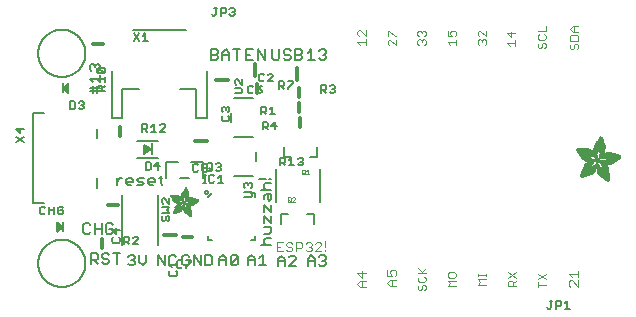
<source format=gbr>
G04 EAGLE Gerber RS-274X export*
G75*
%MOMM*%
%FSLAX34Y34*%
%LPD*%
%INSilkscreen Top*%
%IPPOS*%
%AMOC8*
5,1,8,0,0,1.08239X$1,22.5*%
G01*
%ADD10C,0.127000*%
%ADD11C,0.101600*%
%ADD12C,0.304800*%
%ADD13C,0.152400*%
%ADD14C,0.203200*%
%ADD15R,0.200000X1.000000*%
%ADD16R,0.190500X0.889000*%
%ADD17C,0.025400*%
%ADD18R,0.050800X0.006300*%
%ADD19R,0.082600X0.006400*%
%ADD20R,0.120600X0.006300*%
%ADD21R,0.139700X0.006400*%
%ADD22R,0.158800X0.006300*%
%ADD23R,0.177800X0.006400*%
%ADD24R,0.196800X0.006300*%
%ADD25R,0.215900X0.006400*%
%ADD26R,0.228600X0.006300*%
%ADD27R,0.241300X0.006400*%
%ADD28R,0.254000X0.006300*%
%ADD29R,0.266700X0.006400*%
%ADD30R,0.279400X0.006300*%
%ADD31R,0.285700X0.006400*%
%ADD32R,0.298400X0.006300*%
%ADD33R,0.311200X0.006400*%
%ADD34R,0.317500X0.006300*%
%ADD35R,0.330200X0.006400*%
%ADD36R,0.336600X0.006300*%
%ADD37R,0.349200X0.006400*%
%ADD38R,0.361900X0.006300*%
%ADD39R,0.368300X0.006400*%
%ADD40R,0.381000X0.006300*%
%ADD41R,0.387300X0.006400*%
%ADD42R,0.393700X0.006300*%
%ADD43R,0.406400X0.006400*%
%ADD44R,0.412700X0.006300*%
%ADD45R,0.419100X0.006400*%
%ADD46R,0.431800X0.006300*%
%ADD47R,0.438100X0.006400*%
%ADD48R,0.450800X0.006300*%
%ADD49R,0.457200X0.006400*%
%ADD50R,0.463500X0.006300*%
%ADD51R,0.476200X0.006400*%
%ADD52R,0.482600X0.006300*%
%ADD53R,0.488900X0.006400*%
%ADD54R,0.501600X0.006300*%
%ADD55R,0.508000X0.006400*%
%ADD56R,0.514300X0.006300*%
%ADD57R,0.527000X0.006400*%
%ADD58R,0.533400X0.006300*%
%ADD59R,0.546100X0.006400*%
%ADD60R,0.552400X0.006300*%
%ADD61R,0.558800X0.006400*%
%ADD62R,0.571500X0.006300*%
%ADD63R,0.577800X0.006400*%
%ADD64R,0.584200X0.006300*%
%ADD65R,0.596900X0.006400*%
%ADD66R,0.603200X0.006300*%
%ADD67R,0.609600X0.006400*%
%ADD68R,0.622300X0.006300*%
%ADD69R,0.628600X0.006400*%
%ADD70R,0.641300X0.006300*%
%ADD71R,0.647700X0.006400*%
%ADD72R,0.063500X0.006300*%
%ADD73R,0.654000X0.006300*%
%ADD74R,0.101600X0.006400*%
%ADD75R,0.666700X0.006400*%
%ADD76R,0.139700X0.006300*%
%ADD77R,0.673100X0.006300*%
%ADD78R,0.165100X0.006400*%
%ADD79R,0.679400X0.006400*%
%ADD80R,0.196900X0.006300*%
%ADD81R,0.692100X0.006300*%
%ADD82R,0.222200X0.006400*%
%ADD83R,0.698500X0.006400*%
%ADD84R,0.247700X0.006300*%
%ADD85R,0.704800X0.006300*%
%ADD86R,0.279400X0.006400*%
%ADD87R,0.717500X0.006400*%
%ADD88R,0.298500X0.006300*%
%ADD89R,0.723900X0.006300*%
%ADD90R,0.736600X0.006400*%
%ADD91R,0.342900X0.006300*%
%ADD92R,0.742900X0.006300*%
%ADD93R,0.374700X0.006400*%
%ADD94R,0.749300X0.006400*%
%ADD95R,0.762000X0.006300*%
%ADD96R,0.412700X0.006400*%
%ADD97R,0.768300X0.006400*%
%ADD98R,0.438100X0.006300*%
%ADD99R,0.774700X0.006300*%
%ADD100R,0.463600X0.006400*%
%ADD101R,0.787400X0.006400*%
%ADD102R,0.793700X0.006300*%
%ADD103R,0.495300X0.006400*%
%ADD104R,0.800100X0.006400*%
%ADD105R,0.520700X0.006300*%
%ADD106R,0.812800X0.006300*%
%ADD107R,0.533400X0.006400*%
%ADD108R,0.819100X0.006400*%
%ADD109R,0.558800X0.006300*%
%ADD110R,0.825500X0.006300*%
%ADD111R,0.577900X0.006400*%
%ADD112R,0.831800X0.006400*%
%ADD113R,0.596900X0.006300*%
%ADD114R,0.844500X0.006300*%
%ADD115R,0.616000X0.006400*%
%ADD116R,0.850900X0.006400*%
%ADD117R,0.635000X0.006300*%
%ADD118R,0.857200X0.006300*%
%ADD119R,0.654100X0.006400*%
%ADD120R,0.863600X0.006400*%
%ADD121R,0.666700X0.006300*%
%ADD122R,0.869900X0.006300*%
%ADD123R,0.685800X0.006400*%
%ADD124R,0.876300X0.006400*%
%ADD125R,0.882600X0.006300*%
%ADD126R,0.723900X0.006400*%
%ADD127R,0.889000X0.006400*%
%ADD128R,0.895300X0.006300*%
%ADD129R,0.755700X0.006400*%
%ADD130R,0.901700X0.006400*%
%ADD131R,0.908000X0.006300*%
%ADD132R,0.793800X0.006400*%
%ADD133R,0.914400X0.006400*%
%ADD134R,0.806400X0.006300*%
%ADD135R,0.920700X0.006300*%
%ADD136R,0.825500X0.006400*%
%ADD137R,0.927100X0.006400*%
%ADD138R,0.933400X0.006300*%
%ADD139R,0.857300X0.006400*%
%ADD140R,0.939800X0.006400*%
%ADD141R,0.870000X0.006300*%
%ADD142R,0.939800X0.006300*%
%ADD143R,0.946100X0.006400*%
%ADD144R,0.952500X0.006300*%
%ADD145R,0.908000X0.006400*%
%ADD146R,0.958800X0.006400*%
%ADD147R,0.965200X0.006300*%
%ADD148R,0.965200X0.006400*%
%ADD149R,0.971500X0.006300*%
%ADD150R,0.952500X0.006400*%
%ADD151R,0.977900X0.006400*%
%ADD152R,0.958800X0.006300*%
%ADD153R,0.984200X0.006300*%
%ADD154R,0.971500X0.006400*%
%ADD155R,0.984200X0.006400*%
%ADD156R,0.990600X0.006300*%
%ADD157R,0.984300X0.006400*%
%ADD158R,0.996900X0.006400*%
%ADD159R,0.997000X0.006300*%
%ADD160R,0.996900X0.006300*%
%ADD161R,1.003300X0.006400*%
%ADD162R,1.016000X0.006300*%
%ADD163R,1.009600X0.006300*%
%ADD164R,1.016000X0.006400*%
%ADD165R,1.009600X0.006400*%
%ADD166R,1.022300X0.006300*%
%ADD167R,1.028700X0.006400*%
%ADD168R,1.035100X0.006300*%
%ADD169R,1.047800X0.006400*%
%ADD170R,1.054100X0.006300*%
%ADD171R,1.028700X0.006300*%
%ADD172R,1.054100X0.006400*%
%ADD173R,1.035000X0.006400*%
%ADD174R,1.060400X0.006300*%
%ADD175R,1.035000X0.006300*%
%ADD176R,1.060500X0.006400*%
%ADD177R,1.041400X0.006400*%
%ADD178R,1.066800X0.006300*%
%ADD179R,1.041400X0.006300*%
%ADD180R,1.079500X0.006400*%
%ADD181R,1.047700X0.006400*%
%ADD182R,1.085900X0.006300*%
%ADD183R,1.047700X0.006300*%
%ADD184R,1.085800X0.006400*%
%ADD185R,1.092200X0.006300*%
%ADD186R,1.085900X0.006400*%
%ADD187R,1.098600X0.006300*%
%ADD188R,1.098600X0.006400*%
%ADD189R,1.060400X0.006400*%
%ADD190R,1.104900X0.006300*%
%ADD191R,1.104900X0.006400*%
%ADD192R,1.066800X0.006400*%
%ADD193R,1.111200X0.006300*%
%ADD194R,1.117600X0.006400*%
%ADD195R,1.117600X0.006300*%
%ADD196R,1.073100X0.006300*%
%ADD197R,1.073100X0.006400*%
%ADD198R,1.124000X0.006300*%
%ADD199R,1.079500X0.006300*%
%ADD200R,1.123900X0.006400*%
%ADD201R,1.130300X0.006300*%
%ADD202R,1.130300X0.006400*%
%ADD203R,1.136700X0.006400*%
%ADD204R,1.136700X0.006300*%
%ADD205R,1.085800X0.006300*%
%ADD206R,1.136600X0.006400*%
%ADD207R,1.136600X0.006300*%
%ADD208R,1.143000X0.006400*%
%ADD209R,1.143000X0.006300*%
%ADD210R,1.149400X0.006300*%
%ADD211R,1.149300X0.006300*%
%ADD212R,1.149300X0.006400*%
%ADD213R,1.149400X0.006400*%
%ADD214R,1.155700X0.006400*%
%ADD215R,1.155700X0.006300*%
%ADD216R,1.060500X0.006300*%
%ADD217R,2.197100X0.006400*%
%ADD218R,2.197100X0.006300*%
%ADD219R,2.184400X0.006300*%
%ADD220R,2.184400X0.006400*%
%ADD221R,2.171700X0.006400*%
%ADD222R,2.171700X0.006300*%
%ADD223R,1.530300X0.006400*%
%ADD224R,1.505000X0.006300*%
%ADD225R,1.492300X0.006400*%
%ADD226R,1.485900X0.006300*%
%ADD227R,0.565200X0.006300*%
%ADD228R,1.473200X0.006400*%
%ADD229R,0.565200X0.006400*%
%ADD230R,1.460500X0.006300*%
%ADD231R,1.454100X0.006400*%
%ADD232R,0.552400X0.006400*%
%ADD233R,1.441500X0.006300*%
%ADD234R,0.546100X0.006300*%
%ADD235R,1.435100X0.006400*%
%ADD236R,0.539800X0.006400*%
%ADD237R,1.428800X0.006300*%
%ADD238R,1.422400X0.006400*%
%ADD239R,1.409700X0.006300*%
%ADD240R,0.527100X0.006300*%
%ADD241R,1.403300X0.006400*%
%ADD242R,0.527100X0.006400*%
%ADD243R,1.390700X0.006300*%
%ADD244R,1.384300X0.006400*%
%ADD245R,0.520700X0.006400*%
%ADD246R,1.384300X0.006300*%
%ADD247R,0.514400X0.006300*%
%ADD248R,1.371600X0.006400*%
%ADD249R,1.365200X0.006300*%
%ADD250R,0.508000X0.006300*%
%ADD251R,1.352600X0.006400*%
%ADD252R,0.501700X0.006400*%
%ADD253R,0.711200X0.006300*%
%ADD254R,0.603300X0.006300*%
%ADD255R,0.501700X0.006300*%
%ADD256R,0.692100X0.006400*%
%ADD257R,0.571500X0.006400*%
%ADD258R,0.679400X0.006300*%
%ADD259R,0.495300X0.006300*%
%ADD260R,0.673100X0.006400*%
%ADD261R,0.666800X0.006300*%
%ADD262R,0.488900X0.006300*%
%ADD263R,0.660400X0.006400*%
%ADD264R,0.482600X0.006400*%
%ADD265R,0.476200X0.006300*%
%ADD266R,0.654000X0.006400*%
%ADD267R,0.469900X0.006400*%
%ADD268R,0.476300X0.006400*%
%ADD269R,0.647700X0.006300*%
%ADD270R,0.457200X0.006300*%
%ADD271R,0.469900X0.006300*%
%ADD272R,0.641300X0.006400*%
%ADD273R,0.444500X0.006400*%
%ADD274R,0.463600X0.006300*%
%ADD275R,0.635000X0.006400*%
%ADD276R,0.463500X0.006400*%
%ADD277R,0.393700X0.006400*%
%ADD278R,0.450800X0.006400*%
%ADD279R,0.628600X0.006300*%
%ADD280R,0.387400X0.006300*%
%ADD281R,0.450900X0.006300*%
%ADD282R,0.628700X0.006400*%
%ADD283R,0.374600X0.006400*%
%ADD284R,0.368300X0.006300*%
%ADD285R,0.438200X0.006300*%
%ADD286R,0.622300X0.006400*%
%ADD287R,0.355600X0.006400*%
%ADD288R,0.431800X0.006400*%
%ADD289R,0.349300X0.006300*%
%ADD290R,0.425400X0.006300*%
%ADD291R,0.615900X0.006300*%
%ADD292R,0.330200X0.006300*%
%ADD293R,0.419100X0.006300*%
%ADD294R,0.616000X0.006300*%
%ADD295R,0.311200X0.006300*%
%ADD296R,0.406400X0.006300*%
%ADD297R,0.615900X0.006400*%
%ADD298R,0.304800X0.006400*%
%ADD299R,0.158800X0.006400*%
%ADD300R,0.609600X0.006300*%
%ADD301R,0.292100X0.006300*%
%ADD302R,0.235000X0.006300*%
%ADD303R,0.387400X0.006400*%
%ADD304R,0.292100X0.006400*%
%ADD305R,0.336500X0.006300*%
%ADD306R,0.260400X0.006300*%
%ADD307R,0.603300X0.006400*%
%ADD308R,0.260400X0.006400*%
%ADD309R,0.362000X0.006400*%
%ADD310R,0.450900X0.006400*%
%ADD311R,0.355600X0.006300*%
%ADD312R,0.342900X0.006400*%
%ADD313R,0.514300X0.006400*%
%ADD314R,0.234900X0.006300*%
%ADD315R,0.539700X0.006300*%
%ADD316R,0.603200X0.006400*%
%ADD317R,0.234900X0.006400*%
%ADD318R,0.920700X0.006400*%
%ADD319R,0.958900X0.006400*%
%ADD320R,0.215900X0.006300*%
%ADD321R,0.209600X0.006400*%
%ADD322R,0.203200X0.006300*%
%ADD323R,1.003300X0.006300*%
%ADD324R,0.203200X0.006400*%
%ADD325R,0.196900X0.006400*%
%ADD326R,0.190500X0.006300*%
%ADD327R,0.190500X0.006400*%
%ADD328R,0.184200X0.006300*%
%ADD329R,0.590500X0.006400*%
%ADD330R,0.184200X0.006400*%
%ADD331R,0.590500X0.006300*%
%ADD332R,0.177800X0.006300*%
%ADD333R,0.584200X0.006400*%
%ADD334R,1.168400X0.006400*%
%ADD335R,0.171500X0.006300*%
%ADD336R,1.187500X0.006300*%
%ADD337R,1.200100X0.006400*%
%ADD338R,0.577800X0.006300*%
%ADD339R,1.212900X0.006300*%
%ADD340R,1.231900X0.006400*%
%ADD341R,1.250900X0.006300*%
%ADD342R,0.565100X0.006400*%
%ADD343R,0.184100X0.006400*%
%ADD344R,1.263700X0.006400*%
%ADD345R,0.565100X0.006300*%
%ADD346R,1.289100X0.006300*%
%ADD347R,1.314400X0.006400*%
%ADD348R,0.552500X0.006300*%
%ADD349R,1.568500X0.006300*%
%ADD350R,0.552500X0.006400*%
%ADD351R,1.581200X0.006400*%
%ADD352R,1.593800X0.006300*%
%ADD353R,1.606500X0.006400*%
%ADD354R,1.619300X0.006300*%
%ADD355R,0.514400X0.006400*%
%ADD356R,1.638300X0.006400*%
%ADD357R,1.657300X0.006300*%
%ADD358R,2.209800X0.006400*%
%ADD359R,2.425700X0.006300*%
%ADD360R,2.470100X0.006400*%
%ADD361R,2.501900X0.006300*%
%ADD362R,2.533700X0.006400*%
%ADD363R,2.559000X0.006300*%
%ADD364R,2.584500X0.006400*%
%ADD365R,2.609900X0.006300*%
%ADD366R,2.628900X0.006400*%
%ADD367R,2.660600X0.006300*%
%ADD368R,2.673400X0.006400*%
%ADD369R,1.422400X0.006300*%
%ADD370R,1.200200X0.006300*%
%ADD371R,1.365300X0.006300*%
%ADD372R,1.365300X0.006400*%
%ADD373R,1.352500X0.006300*%
%ADD374R,1.098500X0.006300*%
%ADD375R,1.358900X0.006400*%
%ADD376R,1.352600X0.006300*%
%ADD377R,1.358900X0.006300*%
%ADD378R,1.371600X0.006300*%
%ADD379R,1.377900X0.006400*%
%ADD380R,1.397000X0.006400*%
%ADD381R,1.403300X0.006300*%
%ADD382R,0.914400X0.006300*%
%ADD383R,0.876300X0.006300*%
%ADD384R,0.374600X0.006300*%
%ADD385R,1.073200X0.006400*%
%ADD386R,0.374700X0.006300*%
%ADD387R,0.844600X0.006400*%
%ADD388R,0.844600X0.006300*%
%ADD389R,0.831900X0.006400*%
%ADD390R,1.092200X0.006400*%
%ADD391R,0.400000X0.006300*%
%ADD392R,0.819200X0.006400*%
%ADD393R,1.111300X0.006400*%
%ADD394R,0.812800X0.006400*%
%ADD395R,0.800100X0.006300*%
%ADD396R,0.476300X0.006300*%
%ADD397R,1.181100X0.006300*%
%ADD398R,0.501600X0.006400*%
%ADD399R,1.193800X0.006400*%
%ADD400R,0.781000X0.006400*%
%ADD401R,1.238200X0.006400*%
%ADD402R,0.781100X0.006300*%
%ADD403R,1.257300X0.006300*%
%ADD404R,1.295400X0.006400*%
%ADD405R,1.333500X0.006300*%
%ADD406R,0.774700X0.006400*%
%ADD407R,1.866900X0.006400*%
%ADD408R,0.209600X0.006300*%
%ADD409R,1.866900X0.006300*%
%ADD410R,0.768400X0.006400*%
%ADD411R,0.209500X0.006400*%
%ADD412R,1.860600X0.006400*%
%ADD413R,0.762000X0.006400*%
%ADD414R,0.768400X0.006300*%
%ADD415R,1.860600X0.006300*%
%ADD416R,1.860500X0.006400*%
%ADD417R,0.222300X0.006300*%
%ADD418R,1.854200X0.006300*%
%ADD419R,0.235000X0.006400*%
%ADD420R,1.854200X0.006400*%
%ADD421R,0.768300X0.006300*%
%ADD422R,0.260300X0.006400*%
%ADD423R,1.847800X0.006400*%
%ADD424R,0.266700X0.006300*%
%ADD425R,1.847800X0.006300*%
%ADD426R,0.273100X0.006400*%
%ADD427R,1.841500X0.006400*%
%ADD428R,0.285800X0.006300*%
%ADD429R,1.841500X0.006300*%
%ADD430R,0.298500X0.006400*%
%ADD431R,1.835100X0.006400*%
%ADD432R,0.781000X0.006300*%
%ADD433R,0.304800X0.006300*%
%ADD434R,1.835100X0.006300*%
%ADD435R,0.317500X0.006400*%
%ADD436R,1.828800X0.006400*%
%ADD437R,0.787400X0.006300*%
%ADD438R,0.323800X0.006300*%
%ADD439R,1.828800X0.006300*%
%ADD440R,0.793700X0.006400*%
%ADD441R,1.822400X0.006400*%
%ADD442R,0.806500X0.006300*%
%ADD443R,1.822400X0.006300*%
%ADD444R,1.816100X0.006400*%
%ADD445R,0.819100X0.006300*%
%ADD446R,0.387300X0.006300*%
%ADD447R,1.816100X0.006300*%
%ADD448R,1.809800X0.006400*%
%ADD449R,1.803400X0.006300*%
%ADD450R,1.797000X0.006400*%
%ADD451R,0.901700X0.006300*%
%ADD452R,1.797000X0.006300*%
%ADD453R,1.441400X0.006400*%
%ADD454R,1.790700X0.006400*%
%ADD455R,1.447800X0.006300*%
%ADD456R,1.784300X0.006300*%
%ADD457R,1.447800X0.006400*%
%ADD458R,1.784300X0.006400*%
%ADD459R,1.454100X0.006300*%
%ADD460R,1.771700X0.006300*%
%ADD461R,1.460500X0.006400*%
%ADD462R,1.759000X0.006400*%
%ADD463R,1.466800X0.006300*%
%ADD464R,1.752600X0.006300*%
%ADD465R,1.466800X0.006400*%
%ADD466R,1.739900X0.006400*%
%ADD467R,1.473200X0.006300*%
%ADD468R,1.727200X0.006300*%
%ADD469R,1.479500X0.006400*%
%ADD470R,1.714500X0.006400*%
%ADD471R,1.695400X0.006300*%
%ADD472R,1.485900X0.006400*%
%ADD473R,1.682700X0.006400*%
%ADD474R,1.492200X0.006300*%
%ADD475R,1.663700X0.006300*%
%ADD476R,1.498600X0.006400*%
%ADD477R,1.644600X0.006400*%
%ADD478R,1.498600X0.006300*%
%ADD479R,1.619200X0.006300*%
%ADD480R,1.511300X0.006400*%
%ADD481R,1.600200X0.006400*%
%ADD482R,1.517700X0.006300*%
%ADD483R,1.574800X0.006300*%
%ADD484R,1.524000X0.006400*%
%ADD485R,1.555800X0.006400*%
%ADD486R,1.524000X0.006300*%
%ADD487R,1.536700X0.006300*%
%ADD488R,1.530400X0.006400*%
%ADD489R,1.517700X0.006400*%
%ADD490R,1.492300X0.006300*%
%ADD491R,1.549400X0.006400*%
%ADD492R,1.479600X0.006400*%
%ADD493R,1.549400X0.006300*%
%ADD494R,1.555700X0.006400*%
%ADD495R,1.562100X0.006300*%
%ADD496R,0.323900X0.006300*%
%ADD497R,1.568400X0.006400*%
%ADD498R,0.336600X0.006400*%
%ADD499R,1.587500X0.006300*%
%ADD500R,0.971600X0.006300*%
%ADD501R,0.349300X0.006400*%
%ADD502R,1.600200X0.006300*%
%ADD503R,0.920800X0.006300*%
%ADD504R,0.882700X0.006400*%
%ADD505R,1.612900X0.006300*%
%ADD506R,0.362000X0.006300*%
%ADD507R,1.625600X0.006400*%
%ADD508R,1.625600X0.006300*%
%ADD509R,1.644600X0.006300*%
%ADD510R,0.736600X0.006300*%
%ADD511R,0.717600X0.006400*%
%ADD512R,1.657400X0.006300*%
%ADD513R,0.679500X0.006300*%
%ADD514R,1.663700X0.006400*%
%ADD515R,0.400000X0.006400*%
%ADD516R,1.676400X0.006300*%
%ADD517R,1.676400X0.006400*%
%ADD518R,0.425500X0.006400*%
%ADD519R,1.352500X0.006400*%
%ADD520R,0.444500X0.006300*%
%ADD521R,0.361900X0.006400*%
%ADD522R,0.088900X0.006300*%
%ADD523R,1.009700X0.006300*%
%ADD524R,1.009700X0.006400*%
%ADD525R,1.022300X0.006400*%
%ADD526R,1.346200X0.006400*%
%ADD527R,1.346200X0.006300*%
%ADD528R,1.339900X0.006400*%
%ADD529R,1.035100X0.006400*%
%ADD530R,1.339800X0.006300*%
%ADD531R,1.333500X0.006400*%
%ADD532R,1.327200X0.006400*%
%ADD533R,1.320800X0.006300*%
%ADD534R,1.314500X0.006400*%
%ADD535R,1.314400X0.006300*%
%ADD536R,1.301700X0.006400*%
%ADD537R,1.295400X0.006300*%
%ADD538R,1.289000X0.006400*%
%ADD539R,1.276300X0.006300*%
%ADD540R,1.251000X0.006300*%
%ADD541R,1.244600X0.006400*%
%ADD542R,1.231900X0.006300*%
%ADD543R,1.212800X0.006400*%
%ADD544R,1.200100X0.006300*%
%ADD545R,1.187400X0.006400*%
%ADD546R,1.168400X0.006300*%
%ADD547R,1.047800X0.006300*%
%ADD548R,0.977900X0.006300*%
%ADD549R,0.946200X0.006400*%
%ADD550R,0.933400X0.006400*%
%ADD551R,0.895300X0.006400*%
%ADD552R,0.882700X0.006300*%
%ADD553R,0.863600X0.006300*%
%ADD554R,0.857200X0.006400*%
%ADD555R,0.850900X0.006300*%
%ADD556R,0.838200X0.006300*%
%ADD557R,0.806500X0.006400*%
%ADD558R,0.717600X0.006300*%
%ADD559R,0.711200X0.006400*%
%ADD560R,0.641400X0.006400*%
%ADD561R,0.641400X0.006300*%
%ADD562R,0.628700X0.006300*%
%ADD563R,0.590600X0.006300*%
%ADD564R,0.539700X0.006400*%
%ADD565R,0.285700X0.006300*%
%ADD566R,0.222200X0.006300*%
%ADD567R,0.171400X0.006300*%
%ADD568R,0.152400X0.006400*%
%ADD569R,0.133400X0.006300*%
%ADD570R,0.034300X0.003800*%
%ADD571R,0.057200X0.003800*%
%ADD572R,0.076200X0.003800*%
%ADD573R,0.091400X0.003800*%
%ADD574R,0.102900X0.003800*%
%ADD575R,0.114300X0.003900*%
%ADD576R,0.129500X0.003800*%
%ADD577R,0.137200X0.003800*%
%ADD578R,0.144800X0.003800*%
%ADD579R,0.152400X0.003800*%
%ADD580R,0.160000X0.003800*%
%ADD581R,0.171500X0.003800*%
%ADD582R,0.175300X0.003800*%
%ADD583R,0.182900X0.003800*%
%ADD584R,0.190500X0.003800*%
%ADD585R,0.194300X0.003900*%
%ADD586R,0.201900X0.003800*%
%ADD587R,0.209500X0.003800*%
%ADD588R,0.213400X0.003800*%
%ADD589R,0.221000X0.003800*%
%ADD590R,0.224800X0.003800*%
%ADD591R,0.232400X0.003800*%
%ADD592R,0.240000X0.003800*%
%ADD593R,0.243800X0.003800*%
%ADD594R,0.247600X0.003800*%
%ADD595R,0.255300X0.003900*%
%ADD596R,0.259100X0.003800*%
%ADD597R,0.262900X0.003800*%
%ADD598R,0.270500X0.003800*%
%ADD599R,0.274300X0.003800*%
%ADD600R,0.281900X0.003800*%
%ADD601R,0.285700X0.003800*%
%ADD602R,0.289500X0.003800*%
%ADD603R,0.297200X0.003800*%
%ADD604R,0.301000X0.003800*%
%ADD605R,0.304800X0.003900*%
%ADD606R,0.312400X0.003800*%
%ADD607R,0.316200X0.003800*%
%ADD608R,0.320000X0.003800*%
%ADD609R,0.327600X0.003800*%
%ADD610R,0.331500X0.003800*%
%ADD611R,0.339100X0.003800*%
%ADD612R,0.342900X0.003800*%
%ADD613R,0.346700X0.003800*%
%ADD614R,0.354300X0.003800*%
%ADD615R,0.358100X0.003900*%
%ADD616R,0.361900X0.003800*%
%ADD617R,0.369600X0.003800*%
%ADD618R,0.373400X0.003800*%
%ADD619R,0.377200X0.003800*%
%ADD620R,0.384800X0.003800*%
%ADD621R,0.388600X0.003800*%
%ADD622R,0.396200X0.003800*%
%ADD623R,0.400000X0.003800*%
%ADD624R,0.403800X0.003800*%
%ADD625R,0.411500X0.003900*%
%ADD626R,0.415300X0.003800*%
%ADD627R,0.419100X0.003800*%
%ADD628R,0.045700X0.003800*%
%ADD629R,0.426700X0.003800*%
%ADD630R,0.072400X0.003800*%
%ADD631R,0.430500X0.003800*%
%ADD632R,0.095300X0.003800*%
%ADD633R,0.438100X0.003800*%
%ADD634R,0.110500X0.003800*%
%ADD635R,0.441900X0.003800*%
%ADD636R,0.445800X0.003800*%
%ADD637R,0.144700X0.003800*%
%ADD638R,0.453400X0.003800*%
%ADD639R,0.457200X0.003800*%
%ADD640R,0.175300X0.003900*%
%ADD641R,0.461000X0.003900*%
%ADD642R,0.468600X0.003800*%
%ADD643R,0.205800X0.003800*%
%ADD644R,0.472400X0.003800*%
%ADD645R,0.217200X0.003800*%
%ADD646R,0.476200X0.003800*%
%ADD647R,0.483900X0.003800*%
%ADD648R,0.247700X0.003800*%
%ADD649R,0.487700X0.003800*%
%ADD650R,0.495300X0.003800*%
%ADD651R,0.499100X0.003800*%
%ADD652R,0.502900X0.003800*%
%ADD653R,0.510500X0.003800*%
%ADD654R,0.308600X0.003900*%
%ADD655R,0.514300X0.003900*%
%ADD656R,0.323800X0.003800*%
%ADD657R,0.518100X0.003800*%
%ADD658R,0.335300X0.003800*%
%ADD659R,0.525800X0.003800*%
%ADD660R,0.529600X0.003800*%
%ADD661R,0.358100X0.003800*%
%ADD662R,0.533400X0.003800*%
%ADD663R,0.537200X0.003800*%
%ADD664R,0.381000X0.003800*%
%ADD665R,0.544800X0.003800*%
%ADD666R,0.392400X0.003800*%
%ADD667R,0.548600X0.003800*%
%ADD668R,0.552400X0.003800*%
%ADD669R,0.556200X0.003800*%
%ADD670R,0.422900X0.003900*%
%ADD671R,0.560100X0.003900*%
%ADD672R,0.434300X0.003800*%
%ADD673R,0.563900X0.003800*%
%ADD674R,0.567700X0.003800*%
%ADD675R,0.461000X0.003800*%
%ADD676R,0.571500X0.003800*%
%ADD677R,0.575300X0.003800*%
%ADD678R,0.480100X0.003800*%
%ADD679R,0.579100X0.003800*%
%ADD680R,0.491500X0.003800*%
%ADD681R,0.582900X0.003800*%
%ADD682R,0.586700X0.003800*%
%ADD683R,0.510600X0.003800*%
%ADD684R,0.590500X0.003800*%
%ADD685R,0.522000X0.003800*%
%ADD686R,0.594300X0.003800*%
%ADD687R,0.533400X0.003900*%
%ADD688R,0.598200X0.003900*%
%ADD689R,0.541000X0.003800*%
%ADD690R,0.602000X0.003800*%
%ADD691R,0.552500X0.003800*%
%ADD692R,0.605800X0.003800*%
%ADD693R,0.560100X0.003800*%
%ADD694R,0.609600X0.003800*%
%ADD695R,0.613400X0.003800*%
%ADD696R,0.583000X0.003800*%
%ADD697R,0.617200X0.003800*%
%ADD698R,0.594400X0.003800*%
%ADD699R,0.621000X0.003800*%
%ADD700R,0.598200X0.003800*%
%ADD701R,0.624800X0.003800*%
%ADD702R,0.613500X0.003900*%
%ADD703R,0.628600X0.003900*%
%ADD704R,0.632400X0.003800*%
%ADD705R,0.628600X0.003800*%
%ADD706R,0.636300X0.003800*%
%ADD707R,0.640100X0.003800*%
%ADD708R,0.636200X0.003800*%
%ADD709R,0.643900X0.003800*%
%ADD710R,0.647700X0.003800*%
%ADD711R,0.651500X0.003800*%
%ADD712R,0.659100X0.003800*%
%ADD713R,0.659100X0.003900*%
%ADD714R,0.655300X0.003900*%
%ADD715R,0.662900X0.003800*%
%ADD716R,0.655300X0.003800*%
%ADD717R,0.670500X0.003800*%
%ADD718R,0.670600X0.003800*%
%ADD719R,0.674400X0.003800*%
%ADD720R,0.682000X0.003800*%
%ADD721R,0.666700X0.003800*%
%ADD722R,0.685800X0.003800*%
%ADD723R,0.689600X0.003800*%
%ADD724R,0.693400X0.003900*%
%ADD725R,0.674400X0.003900*%
%ADD726R,0.697200X0.003800*%
%ADD727R,0.678200X0.003800*%
%ADD728R,0.697300X0.003800*%
%ADD729R,0.701100X0.003800*%
%ADD730R,0.704900X0.003800*%
%ADD731R,0.708700X0.003800*%
%ADD732R,0.712500X0.003800*%
%ADD733R,0.716300X0.003800*%
%ADD734R,0.720100X0.003900*%
%ADD735R,0.689600X0.003900*%
%ADD736R,0.720000X0.003800*%
%ADD737R,0.693400X0.003800*%
%ADD738R,0.723900X0.003800*%
%ADD739R,0.727700X0.003800*%
%ADD740R,0.731500X0.003800*%
%ADD741R,0.701000X0.003800*%
%ADD742R,0.735300X0.003800*%
%ADD743R,0.731500X0.003900*%
%ADD744R,0.701000X0.003900*%
%ADD745R,0.704800X0.003800*%
%ADD746R,0.739100X0.003800*%
%ADD747R,0.743000X0.003800*%
%ADD748R,0.739200X0.003800*%
%ADD749R,0.743000X0.003900*%
%ADD750R,0.704800X0.003900*%
%ADD751R,0.746800X0.003800*%
%ADD752R,0.746800X0.003900*%
%ADD753R,0.742900X0.003800*%
%ADD754R,0.746700X0.003800*%
%ADD755R,0.746700X0.003900*%
%ADD756R,1.428800X0.003800*%
%ADD757R,1.424900X0.003800*%
%ADD758R,1.421100X0.003900*%
%ADD759R,1.421100X0.003800*%
%ADD760R,1.417300X0.003800*%
%ADD761R,1.413500X0.003800*%
%ADD762R,1.409700X0.003800*%
%ADD763R,1.405900X0.003800*%
%ADD764R,1.402100X0.003800*%
%ADD765R,1.398300X0.003800*%
%ADD766R,0.983000X0.003900*%
%ADD767R,0.384800X0.003900*%
%ADD768R,0.971600X0.003800*%
%ADD769R,0.963900X0.003800*%
%ADD770R,0.956300X0.003800*%
%ADD771R,0.365800X0.003800*%
%ADD772R,0.952500X0.003800*%
%ADD773R,0.941000X0.003800*%
%ADD774R,0.358200X0.003800*%
%ADD775R,0.937200X0.003800*%
%ADD776R,0.933400X0.003800*%
%ADD777R,0.354400X0.003800*%
%ADD778R,0.925800X0.003800*%
%ADD779R,0.350500X0.003800*%
%ADD780R,0.922000X0.003800*%
%ADD781R,0.918200X0.003900*%
%ADD782R,0.346700X0.003900*%
%ADD783R,0.910600X0.003800*%
%ADD784R,0.906800X0.003800*%
%ADD785R,0.903000X0.003800*%
%ADD786R,0.339000X0.003800*%
%ADD787R,0.895300X0.003800*%
%ADD788R,0.335200X0.003800*%
%ADD789R,0.887700X0.003800*%
%ADD790R,0.883900X0.003800*%
%ADD791R,0.331400X0.003800*%
%ADD792R,0.880100X0.003800*%
%ADD793R,0.876300X0.003800*%
%ADD794R,0.468600X0.003900*%
%ADD795R,0.396200X0.003900*%
%ADD796R,0.323800X0.003900*%
%ADD797R,0.449600X0.003800*%
%ADD798R,0.323900X0.003800*%
%ADD799R,0.442000X0.003800*%
%ADD800R,0.434400X0.003800*%
%ADD801R,0.320100X0.003800*%
%ADD802R,0.316300X0.003800*%
%ADD803R,0.426800X0.003800*%
%ADD804R,0.327700X0.003800*%
%ADD805R,0.312500X0.003800*%
%ADD806R,0.422900X0.003800*%
%ADD807R,0.308600X0.003800*%
%ADD808R,0.293400X0.003800*%
%ADD809R,0.304800X0.003800*%
%ADD810R,0.419100X0.003900*%
%ADD811R,0.285700X0.003900*%
%ADD812R,0.301000X0.003900*%
%ADD813R,0.411500X0.003800*%
%ADD814R,0.407700X0.003800*%
%ADD815R,0.289600X0.003800*%
%ADD816R,0.285800X0.003800*%
%ADD817R,0.403900X0.003800*%
%ADD818R,0.228600X0.003800*%
%ADD819R,0.403900X0.003900*%
%ADD820R,0.221000X0.003900*%
%ADD821R,0.278100X0.003900*%
%ADD822R,0.400100X0.003800*%
%ADD823R,0.209600X0.003800*%
%ADD824R,0.266700X0.003800*%
%ADD825R,0.038100X0.003800*%
%ADD826R,0.194300X0.003800*%
%ADD827R,0.148600X0.003800*%
%ADD828R,0.259000X0.003800*%
%ADD829R,0.182800X0.003800*%
%ADD830R,0.186700X0.003800*%
%ADD831R,0.251400X0.003800*%
%ADD832R,0.179100X0.003800*%
%ADD833R,0.236200X0.003800*%
%ADD834R,0.243900X0.003900*%
%ADD835R,0.282000X0.003900*%
%ADD836R,0.167700X0.003800*%
%ADD837R,0.236300X0.003800*%
%ADD838R,0.396300X0.003800*%
%ADD839R,0.163900X0.003800*%
%ADD840R,0.392500X0.003800*%
%ADD841R,0.160100X0.003800*%
%ADD842R,0.586800X0.003800*%
%ADD843R,0.148500X0.003800*%
%ADD844R,0.140900X0.003800*%
%ADD845R,0.392400X0.003900*%
%ADD846R,0.140900X0.003900*%
%ADD847R,0.647700X0.003900*%
%ADD848R,0.133300X0.003800*%
%ADD849R,0.674300X0.003800*%
%ADD850R,0.388700X0.003800*%
%ADD851R,0.125700X0.003800*%
%ADD852R,0.121900X0.003800*%
%ADD853R,0.720100X0.003800*%
%ADD854R,0.118100X0.003800*%
%ADD855R,0.118100X0.003900*%
%ADD856R,0.739100X0.003900*%
%ADD857R,0.114300X0.003800*%
%ADD858R,0.754400X0.003800*%
%ADD859R,0.765800X0.003800*%
%ADD860R,0.773400X0.003800*%
%ADD861R,0.784800X0.003800*%
%ADD862R,0.118200X0.003800*%
%ADD863R,0.792500X0.003800*%
%ADD864R,0.803900X0.003800*%
%ADD865R,0.122000X0.003800*%
%ADD866R,0.815400X0.003800*%
%ADD867R,0.125800X0.003800*%
%ADD868R,0.826800X0.003800*%
%ADD869R,0.369500X0.003900*%
%ADD870R,0.133400X0.003900*%
%ADD871R,0.842000X0.003900*%
%ADD872R,0.365700X0.003800*%
%ADD873R,1.009700X0.003800*%
%ADD874R,1.013500X0.003800*%
%ADD875R,0.362000X0.003800*%
%ADD876R,1.024900X0.003800*%
%ADD877R,1.028700X0.003800*%
%ADD878R,1.036300X0.003800*%
%ADD879R,1.047800X0.003800*%
%ADD880R,1.055400X0.003800*%
%ADD881R,1.070600X0.003800*%
%ADD882R,0.030500X0.003800*%
%ADD883R,1.436400X0.003800*%
%ADD884R,1.562100X0.003900*%
%ADD885R,1.588700X0.003800*%
%ADD886R,1.607800X0.003800*%
%ADD887R,1.626900X0.003800*%
%ADD888R,1.642100X0.003800*%
%ADD889R,1.657400X0.003800*%
%ADD890R,1.676400X0.003800*%
%ADD891R,1.687800X0.003800*%
%ADD892R,1.703000X0.003800*%
%ADD893R,1.714500X0.003800*%
%ADD894R,1.726000X0.003900*%
%ADD895R,1.741200X0.003800*%
%ADD896R,0.914400X0.003800*%
%ADD897R,0.769600X0.003800*%
%ADD898R,0.884000X0.003800*%
%ADD899R,0.712400X0.003800*%
%ADD900R,0.880100X0.003900*%
%ADD901R,0.887800X0.003800*%
%ADD902R,0.891600X0.003800*%
%ADD903R,0.895400X0.003800*%
%ADD904R,0.251500X0.003800*%
%ADD905R,0.579200X0.003900*%
%ADD906R,0.243900X0.003800*%
%ADD907R,0.556300X0.003800*%
%ADD908R,0.255200X0.003800*%
%ADD909R,0.529500X0.003800*%
%ADD910R,0.731600X0.003800*%
%ADD911R,0.525800X0.003900*%
%ADD912R,0.281900X0.003900*%
%ADD913R,0.735400X0.003900*%
%ADD914R,0.300900X0.003800*%
%ADD915R,0.762000X0.003800*%
%ADD916R,0.518200X0.003800*%
%ADD917R,0.350600X0.003800*%
%ADD918R,0.796300X0.003800*%
%ADD919R,0.807800X0.003800*%
%ADD920R,0.506700X0.003800*%
%ADD921R,0.849600X0.003800*%
%ADD922R,0.506700X0.003900*%
%ADD923R,1.371600X0.003900*%
%ADD924R,1.207800X0.003800*%
%ADD925R,0.503000X0.003800*%
%ADD926R,0.141000X0.003800*%
%ADD927R,1.203900X0.003800*%
%ADD928R,1.204000X0.003800*%
%ADD929R,1.200200X0.003800*%
%ADD930R,0.499100X0.003900*%
%ADD931R,0.156200X0.003900*%
%ADD932R,1.196400X0.003900*%
%ADD933R,1.196400X0.003800*%
%ADD934R,0.163800X0.003800*%
%ADD935R,0.167600X0.003800*%
%ADD936R,1.192500X0.003800*%
%ADD937R,0.499200X0.003800*%
%ADD938R,1.188700X0.003800*%
%ADD939R,0.506800X0.003800*%
%ADD940R,1.184900X0.003800*%
%ADD941R,0.510600X0.003900*%
%ADD942R,0.209600X0.003900*%
%ADD943R,1.181100X0.003900*%
%ADD944R,0.514400X0.003800*%
%ADD945R,1.181100X0.003800*%
%ADD946R,1.177300X0.003800*%
%ADD947R,0.240100X0.003800*%
%ADD948R,1.173500X0.003800*%
%ADD949R,1.169700X0.003800*%
%ADD950R,1.165900X0.003800*%
%ADD951R,1.162100X0.003800*%
%ADD952R,0.929700X0.003900*%
%ADD953R,1.162100X0.003900*%
%ADD954R,0.929700X0.003800*%
%ADD955R,1.154500X0.003800*%
%ADD956R,0.933500X0.003800*%
%ADD957R,1.150600X0.003800*%
%ADD958R,0.937300X0.003800*%
%ADD959R,1.146800X0.003800*%
%ADD960R,0.941100X0.003800*%
%ADD961R,1.139200X0.003800*%
%ADD962R,0.944900X0.003800*%
%ADD963R,1.135400X0.003800*%
%ADD964R,0.948700X0.003800*%
%ADD965R,1.127800X0.003800*%
%ADD966R,1.124000X0.003800*%
%ADD967R,1.116400X0.003800*%
%ADD968R,0.956300X0.003900*%
%ADD969R,1.104900X0.003900*%
%ADD970R,0.960100X0.003800*%
%ADD971R,1.093500X0.003800*%
%ADD972R,1.085900X0.003800*%
%ADD973R,0.967800X0.003800*%
%ADD974R,1.074500X0.003800*%
%ADD975R,1.063000X0.003800*%
%ADD976R,0.975400X0.003800*%
%ADD977R,1.036400X0.003800*%
%ADD978R,0.979200X0.003800*%
%ADD979R,1.021000X0.003800*%
%ADD980R,0.983000X0.003800*%
%ADD981R,1.009600X0.003800*%
%ADD982R,0.986800X0.003800*%
%ADD983R,0.998200X0.003800*%
%ADD984R,0.990600X0.003900*%
%ADD985R,0.986700X0.003900*%
%ADD986R,0.994400X0.003800*%
%ADD987R,0.975300X0.003800*%
%ADD988R,0.948600X0.003800*%
%ADD989R,1.002000X0.003800*%
%ADD990R,0.213300X0.003800*%
%ADD991R,0.217100X0.003800*%
%ADD992R,1.017300X0.003800*%
%ADD993R,0.666800X0.003800*%
%ADD994R,0.220900X0.003800*%
%ADD995R,1.028700X0.003900*%
%ADD996R,0.224700X0.003900*%
%ADD997R,1.032500X0.003800*%
%ADD998R,1.040100X0.003800*%
%ADD999R,1.043900X0.003800*%
%ADD1000R,0.548700X0.003800*%
%ADD1001R,1.051500X0.003800*%
%ADD1002R,1.055300X0.003800*%
%ADD1003R,1.059100X0.003800*%
%ADD1004R,1.062900X0.003800*%
%ADD1005R,0.255300X0.003800*%
%ADD1006R,1.066800X0.003900*%
%ADD1007R,0.259100X0.003900*%
%ADD1008R,0.457200X0.003900*%
%ADD1009R,0.423000X0.003800*%
%ADD1010R,1.082100X0.003800*%
%ADD1011R,0.274400X0.003800*%
%ADD1012R,0.278200X0.003800*%
%ADD1013R,1.101100X0.003800*%
%ADD1014R,0.278100X0.003800*%
%ADD1015R,0.876300X0.003900*%
%ADD1016R,0.236200X0.003900*%
%ADD1017R,0.289600X0.003900*%
%ADD1018R,0.247700X0.003900*%
%ADD1019R,0.049500X0.003800*%
%ADD1020R,0.640100X0.003900*%
%ADD1021R,0.659200X0.003800*%
%ADD1022R,0.663000X0.003800*%
%ADD1023R,0.872500X0.003900*%
%ADD1024R,0.666800X0.003900*%
%ADD1025R,0.872500X0.003800*%
%ADD1026R,0.868700X0.003800*%
%ADD1027R,0.864900X0.003800*%
%ADD1028R,0.861100X0.003800*%
%ADD1029R,0.857300X0.003800*%
%ADD1030R,0.853400X0.003800*%
%ADD1031R,0.845800X0.003800*%
%ADD1032R,0.682000X0.003900*%
%ADD1033R,0.842000X0.003800*%
%ADD1034R,0.834400X0.003800*%
%ADD1035R,0.823000X0.003800*%
%ADD1036R,0.815300X0.003800*%
%ADD1037R,0.811500X0.003800*%
%ADD1038R,0.788700X0.003800*%
%ADD1039R,0.777300X0.003900*%
%ADD1040R,0.750600X0.003800*%
%ADD1041R,0.735400X0.003800*%
%ADD1042R,0.727800X0.003800*%
%ADD1043R,0.628700X0.003800*%
%ADD1044R,0.575400X0.003800*%
%ADD1045R,0.670600X0.003900*%
%ADD1046R,0.655400X0.003800*%
%ADD1047R,0.651500X0.003900*%
%ADD1048R,0.624800X0.003900*%
%ADD1049R,0.594400X0.003900*%
%ADD1050R,0.563900X0.003900*%
%ADD1051R,0.541100X0.003800*%
%ADD1052R,0.537300X0.003800*%
%ADD1053R,0.525700X0.003800*%
%ADD1054R,0.525700X0.003900*%
%ADD1055R,0.514300X0.003800*%
%ADD1056R,0.480100X0.003900*%
%ADD1057R,0.464800X0.003800*%
%ADD1058R,0.442000X0.003900*%
%ADD1059R,0.438200X0.003800*%
%ADD1060R,0.430600X0.003800*%
%ADD1061R,0.407600X0.003800*%
%ADD1062R,0.403800X0.003900*%
%ADD1063R,0.365700X0.003900*%
%ADD1064R,0.327700X0.003900*%
%ADD1065R,0.243800X0.003900*%
%ADD1066R,0.205800X0.003900*%
%ADD1067R,0.198100X0.003800*%
%ADD1068R,0.163800X0.003900*%
%ADD1069R,0.137100X0.003800*%
%ADD1070R,0.091500X0.003900*%
%ADD1071R,0.060900X0.003800*%

G36*
X21647Y51314D02*
X21647Y51314D01*
X21665Y51312D01*
X21767Y51340D01*
X21870Y51362D01*
X21885Y51371D01*
X21902Y51376D01*
X22047Y51461D01*
X27127Y55271D01*
X27130Y55274D01*
X27134Y55276D01*
X27215Y55363D01*
X27297Y55448D01*
X27299Y55452D01*
X27302Y55455D01*
X27352Y55564D01*
X27402Y55671D01*
X27402Y55675D01*
X27404Y55679D01*
X27417Y55797D01*
X27430Y55915D01*
X27430Y55919D01*
X27430Y55924D01*
X27404Y56040D01*
X27380Y56156D01*
X27377Y56160D01*
X27376Y56164D01*
X27315Y56266D01*
X27255Y56368D01*
X27251Y56371D01*
X27249Y56374D01*
X27127Y56489D01*
X22047Y60299D01*
X22031Y60307D01*
X22018Y60320D01*
X22003Y60327D01*
X21995Y60333D01*
X21945Y60353D01*
X21922Y60364D01*
X21829Y60413D01*
X21811Y60416D01*
X21795Y60423D01*
X21690Y60435D01*
X21586Y60451D01*
X21568Y60448D01*
X21551Y60450D01*
X21448Y60428D01*
X21343Y60410D01*
X21328Y60402D01*
X21310Y60398D01*
X21220Y60344D01*
X21127Y60294D01*
X21114Y60281D01*
X21099Y60272D01*
X21030Y60192D01*
X20958Y60115D01*
X20951Y60098D01*
X20939Y60085D01*
X20900Y59987D01*
X20856Y59891D01*
X20854Y59873D01*
X20847Y59857D01*
X20829Y59690D01*
X20829Y52070D01*
X20832Y52052D01*
X20830Y52035D01*
X20851Y51931D01*
X20869Y51827D01*
X20877Y51812D01*
X20881Y51794D01*
X20934Y51703D01*
X20984Y51610D01*
X20996Y51598D01*
X21006Y51582D01*
X21085Y51513D01*
X21162Y51441D01*
X21178Y51433D01*
X21192Y51421D01*
X21289Y51381D01*
X21385Y51337D01*
X21403Y51335D01*
X21419Y51328D01*
X21525Y51321D01*
X21629Y51310D01*
X21647Y51314D01*
G37*
G36*
X31137Y168787D02*
X31137Y168787D01*
X31154Y168785D01*
X31257Y168807D01*
X31362Y168825D01*
X31377Y168833D01*
X31395Y168837D01*
X31485Y168891D01*
X31579Y168941D01*
X31591Y168954D01*
X31606Y168963D01*
X31675Y169043D01*
X31747Y169120D01*
X31754Y169137D01*
X31766Y169150D01*
X31805Y169248D01*
X31849Y169344D01*
X31851Y169362D01*
X31858Y169378D01*
X31876Y169545D01*
X31876Y177165D01*
X31874Y177182D01*
X31875Y177197D01*
X31875Y177200D01*
X31854Y177304D01*
X31837Y177408D01*
X31828Y177423D01*
X31825Y177441D01*
X31771Y177532D01*
X31721Y177625D01*
X31709Y177637D01*
X31700Y177653D01*
X31620Y177722D01*
X31543Y177795D01*
X31527Y177802D01*
X31513Y177814D01*
X31416Y177854D01*
X31320Y177898D01*
X31302Y177900D01*
X31286Y177907D01*
X31180Y177914D01*
X31076Y177925D01*
X31058Y177921D01*
X31040Y177923D01*
X30938Y177895D01*
X30865Y177879D01*
X30862Y177879D01*
X30835Y177873D01*
X30820Y177864D01*
X30803Y177859D01*
X30658Y177774D01*
X25578Y173964D01*
X25575Y173961D01*
X25572Y173959D01*
X25490Y173872D01*
X25408Y173787D01*
X25406Y173783D01*
X25403Y173780D01*
X25353Y173671D01*
X25303Y173564D01*
X25303Y173560D01*
X25301Y173556D01*
X25288Y173438D01*
X25275Y173320D01*
X25275Y173316D01*
X25275Y173311D01*
X25301Y173195D01*
X25326Y173079D01*
X25328Y173075D01*
X25329Y173071D01*
X25390Y172969D01*
X25451Y172867D01*
X25454Y172864D01*
X25456Y172861D01*
X25578Y172746D01*
X30658Y168936D01*
X30674Y168928D01*
X30687Y168916D01*
X30783Y168871D01*
X30876Y168822D01*
X30894Y168819D01*
X30910Y168812D01*
X31015Y168800D01*
X31119Y168784D01*
X31137Y168787D01*
G37*
G36*
X95835Y118913D02*
X95835Y118913D01*
X95906Y118911D01*
X95976Y118930D01*
X96047Y118938D01*
X96102Y118963D01*
X96181Y118983D01*
X96284Y119044D01*
X96353Y119075D01*
X99353Y121075D01*
X99440Y121152D01*
X99530Y121225D01*
X99545Y121247D01*
X99565Y121265D01*
X99627Y121362D01*
X99694Y121457D01*
X99702Y121483D01*
X99717Y121505D01*
X99749Y121616D01*
X99787Y121726D01*
X99788Y121753D01*
X99795Y121778D01*
X99795Y121894D01*
X99801Y122010D01*
X99795Y122036D01*
X99795Y122063D01*
X99763Y122174D01*
X99737Y122287D01*
X99724Y122310D01*
X99716Y122336D01*
X99654Y122434D01*
X99598Y122535D01*
X99580Y122551D01*
X99565Y122576D01*
X99357Y122761D01*
X99353Y122765D01*
X96353Y124765D01*
X96289Y124796D01*
X96229Y124836D01*
X96161Y124857D01*
X96097Y124888D01*
X96026Y124900D01*
X95958Y124921D01*
X95887Y124923D01*
X95817Y124935D01*
X95745Y124927D01*
X95674Y124929D01*
X95605Y124911D01*
X95534Y124902D01*
X95468Y124875D01*
X95399Y124857D01*
X95338Y124820D01*
X95272Y124793D01*
X95216Y124748D01*
X95154Y124712D01*
X95105Y124660D01*
X95050Y124615D01*
X95009Y124557D01*
X94960Y124504D01*
X94927Y124441D01*
X94886Y124383D01*
X94863Y124315D01*
X94830Y124251D01*
X94820Y124192D01*
X94793Y124114D01*
X94787Y123995D01*
X94775Y123920D01*
X94775Y119920D01*
X94785Y119849D01*
X94785Y119777D01*
X94805Y119709D01*
X94815Y119639D01*
X94844Y119573D01*
X94864Y119504D01*
X94902Y119444D01*
X94931Y119379D01*
X94977Y119324D01*
X95015Y119264D01*
X95069Y119216D01*
X95115Y119162D01*
X95174Y119122D01*
X95228Y119075D01*
X95292Y119044D01*
X95351Y119005D01*
X95420Y118983D01*
X95484Y118952D01*
X95554Y118940D01*
X95622Y118919D01*
X95694Y118917D01*
X95765Y118905D01*
X95835Y118913D01*
G37*
D10*
X203772Y206383D02*
X203772Y198968D01*
X205255Y197485D01*
X208221Y197485D01*
X209704Y198968D01*
X209704Y206383D01*
X217576Y206383D02*
X219059Y204900D01*
X217576Y206383D02*
X214610Y206383D01*
X213127Y204900D01*
X213127Y203417D01*
X214610Y201934D01*
X217576Y201934D01*
X219059Y200451D01*
X219059Y198968D01*
X217576Y197485D01*
X214610Y197485D01*
X213127Y198968D01*
X222483Y197485D02*
X222483Y206383D01*
X226931Y206383D01*
X228414Y204900D01*
X228414Y203417D01*
X226931Y201934D01*
X228414Y200451D01*
X228414Y198968D01*
X226931Y197485D01*
X222483Y197485D01*
X222483Y201934D02*
X226931Y201934D01*
X50102Y33663D02*
X50102Y24765D01*
X50102Y33663D02*
X54551Y33663D01*
X56034Y32180D01*
X56034Y29214D01*
X54551Y27731D01*
X50102Y27731D01*
X53068Y27731D02*
X56034Y24765D01*
X63906Y33663D02*
X65389Y32180D01*
X63906Y33663D02*
X60940Y33663D01*
X59457Y32180D01*
X59457Y30697D01*
X60940Y29214D01*
X63906Y29214D01*
X65389Y27731D01*
X65389Y26248D01*
X63906Y24765D01*
X60940Y24765D01*
X59457Y26248D01*
X71778Y24765D02*
X71778Y33663D01*
X68813Y33663D02*
X74744Y33663D01*
X106850Y32393D02*
X106850Y23495D01*
X112782Y23495D02*
X106850Y32393D01*
X112782Y32393D02*
X112782Y23495D01*
X120654Y32393D02*
X122137Y30910D01*
X120654Y32393D02*
X117688Y32393D01*
X116205Y30910D01*
X116205Y24978D01*
X117688Y23495D01*
X120654Y23495D01*
X122137Y24978D01*
X82933Y32393D02*
X81450Y30910D01*
X82933Y32393D02*
X85899Y32393D01*
X87382Y30910D01*
X87382Y29427D01*
X85899Y27944D01*
X84416Y27944D01*
X85899Y27944D02*
X87382Y26461D01*
X87382Y24978D01*
X85899Y23495D01*
X82933Y23495D01*
X81450Y24978D01*
X90805Y26461D02*
X90805Y32393D01*
X90805Y26461D02*
X93771Y23495D01*
X96737Y26461D01*
X96737Y32393D01*
X183050Y29427D02*
X183050Y23495D01*
X183050Y29427D02*
X186016Y32393D01*
X188982Y29427D01*
X188982Y23495D01*
X188982Y27944D02*
X183050Y27944D01*
X192405Y29427D02*
X195371Y32393D01*
X195371Y23495D01*
X192405Y23495D02*
X198337Y23495D01*
X158920Y23495D02*
X158920Y29427D01*
X161886Y32393D01*
X164852Y29427D01*
X164852Y23495D01*
X164852Y27944D02*
X158920Y27944D01*
X168275Y24978D02*
X168275Y30910D01*
X169758Y32393D01*
X172724Y32393D01*
X174207Y30910D01*
X174207Y24978D01*
X172724Y23495D01*
X169758Y23495D01*
X168275Y24978D01*
X174207Y30910D01*
X233850Y203417D02*
X236816Y206383D01*
X236816Y197485D01*
X233850Y197485D02*
X239782Y197485D01*
X243205Y204900D02*
X244688Y206383D01*
X247654Y206383D01*
X249137Y204900D01*
X249137Y203417D01*
X247654Y201934D01*
X246171Y201934D01*
X247654Y201934D02*
X249137Y200451D01*
X249137Y198968D01*
X247654Y197485D01*
X244688Y197485D01*
X243205Y198968D01*
D11*
X402330Y211678D02*
X404703Y209305D01*
X402330Y211678D02*
X409448Y211678D01*
X409448Y214050D02*
X409448Y209305D01*
X409448Y220348D02*
X402330Y220348D01*
X405889Y216789D01*
X405889Y221534D01*
X308356Y214685D02*
X308356Y209940D01*
X303611Y214685D01*
X302424Y214685D01*
X301238Y213499D01*
X301238Y211126D01*
X302424Y209940D01*
X301238Y217424D02*
X301238Y222169D01*
X302424Y222169D01*
X307170Y217424D01*
X308356Y217424D01*
X326511Y211380D02*
X327697Y210194D01*
X326511Y211380D02*
X326511Y213753D01*
X327697Y214939D01*
X328884Y214939D01*
X330070Y213753D01*
X330070Y212567D01*
X330070Y213753D02*
X331256Y214939D01*
X332443Y214939D01*
X333629Y213753D01*
X333629Y211380D01*
X332443Y210194D01*
X327697Y217678D02*
X326511Y218864D01*
X326511Y221237D01*
X327697Y222423D01*
X328884Y222423D01*
X330070Y221237D01*
X330070Y220051D01*
X330070Y221237D02*
X331256Y222423D01*
X332443Y222423D01*
X333629Y221237D01*
X333629Y218864D01*
X332443Y217678D01*
X377438Y211380D02*
X378624Y210194D01*
X377438Y211380D02*
X377438Y213753D01*
X378624Y214939D01*
X379811Y214939D01*
X380997Y213753D01*
X380997Y212567D01*
X380997Y213753D02*
X382183Y214939D01*
X383370Y214939D01*
X384556Y213753D01*
X384556Y211380D01*
X383370Y210194D01*
X384556Y217678D02*
X384556Y222423D01*
X384556Y217678D02*
X379811Y222423D01*
X378624Y222423D01*
X377438Y221237D01*
X377438Y218864D01*
X378624Y217678D01*
X327994Y7090D02*
X326892Y5988D01*
X326892Y3785D01*
X327994Y2683D01*
X329096Y2683D01*
X330197Y3785D01*
X330197Y5988D01*
X331299Y7090D01*
X332400Y7090D01*
X333502Y5988D01*
X333502Y3785D01*
X332400Y2683D01*
X326892Y13005D02*
X327994Y14106D01*
X326892Y13005D02*
X326892Y10801D01*
X327994Y9700D01*
X332400Y9700D01*
X333502Y10801D01*
X333502Y13005D01*
X332400Y14106D01*
X333502Y16716D02*
X326892Y16716D01*
X331299Y16716D02*
X326892Y21123D01*
X330197Y17818D02*
X333502Y21123D01*
X352165Y5958D02*
X359029Y5958D01*
X354453Y8246D02*
X352165Y5958D01*
X354453Y8246D02*
X352165Y10534D01*
X359029Y10534D01*
X352165Y14352D02*
X352165Y16640D01*
X352165Y14352D02*
X353309Y13208D01*
X357885Y13208D01*
X359029Y14352D01*
X359029Y16640D01*
X357885Y17784D01*
X353309Y17784D01*
X352165Y16640D01*
X377692Y7361D02*
X384302Y7361D01*
X379896Y9564D02*
X377692Y7361D01*
X379896Y9564D02*
X377692Y11767D01*
X384302Y11767D01*
X384302Y14377D02*
X384302Y16581D01*
X384302Y15479D02*
X377692Y15479D01*
X377692Y14377D02*
X377692Y16581D01*
X403092Y6192D02*
X409702Y6192D01*
X403092Y6192D02*
X403092Y9496D01*
X404194Y10598D01*
X406397Y10598D01*
X407499Y9496D01*
X407499Y6192D01*
X407499Y8395D02*
X409702Y10598D01*
X409702Y17614D02*
X403092Y13208D01*
X403092Y17614D02*
X409702Y13208D01*
X428492Y7125D02*
X435102Y7125D01*
X428492Y4922D02*
X428492Y9328D01*
X428492Y11938D02*
X435102Y16344D01*
X435102Y11938D02*
X428492Y16344D01*
D10*
X151702Y197485D02*
X151702Y206383D01*
X156151Y206383D01*
X157634Y204900D01*
X157634Y203417D01*
X156151Y201934D01*
X157634Y200451D01*
X157634Y198968D01*
X156151Y197485D01*
X151702Y197485D01*
X151702Y201934D02*
X156151Y201934D01*
X161057Y203417D02*
X161057Y197485D01*
X161057Y203417D02*
X164023Y206383D01*
X166989Y203417D01*
X166989Y197485D01*
X166989Y201934D02*
X161057Y201934D01*
X173378Y197485D02*
X173378Y206383D01*
X170413Y206383D02*
X176344Y206383D01*
D11*
X275584Y212821D02*
X277957Y210448D01*
X275584Y212821D02*
X282702Y212821D01*
X282702Y215193D02*
X282702Y210448D01*
X282702Y217932D02*
X282702Y222677D01*
X282702Y217932D02*
X277957Y222677D01*
X276770Y222677D01*
X275584Y221491D01*
X275584Y219118D01*
X276770Y217932D01*
X352038Y212313D02*
X354411Y209940D01*
X352038Y212313D02*
X359156Y212313D01*
X359156Y214685D02*
X359156Y209940D01*
X352038Y217424D02*
X352038Y222169D01*
X352038Y217424D02*
X355597Y217424D01*
X354411Y219797D01*
X354411Y220983D01*
X355597Y222169D01*
X357970Y222169D01*
X359156Y220983D01*
X359156Y218610D01*
X357970Y217424D01*
D10*
X133504Y30910D02*
X132021Y32393D01*
X129055Y32393D01*
X127572Y30910D01*
X127572Y24978D01*
X129055Y23495D01*
X132021Y23495D01*
X133504Y24978D01*
X133504Y27944D01*
X130538Y27944D01*
X136927Y23495D02*
X136927Y32393D01*
X142859Y23495D01*
X142859Y32393D01*
X146283Y32393D02*
X146283Y23495D01*
X150731Y23495D01*
X152214Y24978D01*
X152214Y30910D01*
X150731Y32393D01*
X146283Y32393D01*
X57785Y170965D02*
X48887Y170965D01*
X48887Y173931D02*
X57785Y173931D01*
X51853Y173931D02*
X51853Y169482D01*
X51853Y173931D02*
X51853Y175414D01*
X54819Y175414D02*
X54819Y169482D01*
X51853Y178837D02*
X48887Y181803D01*
X57785Y181803D01*
X57785Y178837D02*
X57785Y184769D01*
X50370Y188193D02*
X48887Y189676D01*
X48887Y192641D01*
X50370Y194124D01*
X51853Y194124D01*
X53336Y192641D01*
X53336Y191158D01*
X53336Y192641D02*
X54819Y194124D01*
X56302Y194124D01*
X57785Y192641D01*
X57785Y189676D01*
X56302Y188193D01*
X181780Y206383D02*
X187712Y206383D01*
X181780Y206383D02*
X181780Y197485D01*
X187712Y197485D01*
X184746Y201934D02*
X181780Y201934D01*
X191135Y197485D02*
X191135Y206383D01*
X197067Y197485D01*
X197067Y206383D01*
D11*
X462407Y10911D02*
X462407Y5657D01*
X457153Y10911D01*
X455840Y10911D01*
X454526Y9598D01*
X454526Y6971D01*
X455840Y5657D01*
X457153Y13843D02*
X454526Y16470D01*
X462407Y16470D01*
X462407Y13843D02*
X462407Y19097D01*
D10*
X71788Y91567D02*
X71788Y97499D01*
X71788Y94533D02*
X74754Y97499D01*
X76237Y97499D01*
X81067Y91567D02*
X84033Y91567D01*
X81067Y91567D02*
X79584Y93050D01*
X79584Y96016D01*
X81067Y97499D01*
X84033Y97499D01*
X85516Y96016D01*
X85516Y94533D01*
X79584Y94533D01*
X88939Y91567D02*
X93388Y91567D01*
X94871Y93050D01*
X93388Y94533D01*
X90422Y94533D01*
X88939Y96016D01*
X90422Y97499D01*
X94871Y97499D01*
X99777Y91567D02*
X102743Y91567D01*
X99777Y91567D02*
X98294Y93050D01*
X98294Y96016D01*
X99777Y97499D01*
X102743Y97499D01*
X104226Y96016D01*
X104226Y94533D01*
X98294Y94533D01*
X109132Y93050D02*
X109132Y98982D01*
X109132Y93050D02*
X110615Y91567D01*
X110615Y97499D02*
X107649Y97499D01*
X49684Y57580D02*
X48201Y59063D01*
X45235Y59063D01*
X43752Y57580D01*
X43752Y51648D01*
X45235Y50165D01*
X48201Y50165D01*
X49684Y51648D01*
X53107Y50165D02*
X53107Y59063D01*
X53107Y54614D02*
X59039Y54614D01*
X59039Y59063D02*
X59039Y50165D01*
X66911Y59063D02*
X68394Y57580D01*
X66911Y59063D02*
X63946Y59063D01*
X62463Y57580D01*
X62463Y51648D01*
X63946Y50165D01*
X66911Y50165D01*
X68394Y51648D01*
X68394Y54614D01*
X65428Y54614D01*
X208196Y28919D02*
X208196Y22987D01*
X208196Y28919D02*
X211162Y31885D01*
X214128Y28919D01*
X214128Y22987D01*
X214128Y27436D02*
X208196Y27436D01*
X217551Y22987D02*
X223483Y22987D01*
X217551Y22987D02*
X223483Y28919D01*
X223483Y30402D01*
X222000Y31885D01*
X219034Y31885D01*
X217551Y30402D01*
D11*
X303483Y6292D02*
X308737Y6292D01*
X303483Y6292D02*
X300856Y8919D01*
X303483Y11546D01*
X308737Y11546D01*
X304797Y11546D02*
X304797Y6292D01*
X300856Y14478D02*
X300856Y19732D01*
X300856Y14478D02*
X304797Y14478D01*
X303483Y17105D01*
X303483Y18418D01*
X304797Y19732D01*
X307424Y19732D01*
X308737Y18418D01*
X308737Y15791D01*
X307424Y14478D01*
X428492Y211093D02*
X429594Y212195D01*
X428492Y211093D02*
X428492Y208890D01*
X429594Y207788D01*
X430696Y207788D01*
X431797Y208890D01*
X431797Y211093D01*
X432899Y212195D01*
X434000Y212195D01*
X435102Y211093D01*
X435102Y208890D01*
X434000Y207788D01*
X428492Y218110D02*
X429594Y219211D01*
X428492Y218110D02*
X428492Y215906D01*
X429594Y214805D01*
X434000Y214805D01*
X435102Y215906D01*
X435102Y218110D01*
X434000Y219211D01*
X435102Y221821D02*
X428492Y221821D01*
X435102Y221821D02*
X435102Y226228D01*
X455543Y210011D02*
X456729Y211197D01*
X455543Y210011D02*
X455543Y207638D01*
X456729Y206452D01*
X457916Y206452D01*
X459102Y207638D01*
X459102Y210011D01*
X460288Y211197D01*
X461475Y211197D01*
X462661Y210011D01*
X462661Y207638D01*
X461475Y206452D01*
X462661Y213936D02*
X455543Y213936D01*
X462661Y213936D02*
X462661Y217495D01*
X461475Y218681D01*
X456729Y218681D01*
X455543Y217495D01*
X455543Y213936D01*
X457916Y221420D02*
X462661Y221420D01*
X457916Y221420D02*
X455543Y223793D01*
X457916Y226165D01*
X462661Y226165D01*
X459102Y226165D02*
X459102Y221420D01*
D10*
X202565Y40860D02*
X193667Y40860D01*
X196633Y42343D02*
X198116Y40860D01*
X196633Y42343D02*
X196633Y45309D01*
X198116Y46792D01*
X202565Y46792D01*
X201082Y50215D02*
X196633Y50215D01*
X201082Y50215D02*
X202565Y51698D01*
X202565Y56147D01*
X196633Y56147D01*
X196633Y59571D02*
X196633Y65502D01*
X202565Y59571D01*
X202565Y65502D01*
X196633Y68926D02*
X196633Y74858D01*
X202565Y68926D01*
X202565Y74858D01*
X196633Y79764D02*
X196633Y82730D01*
X198116Y84213D01*
X202565Y84213D01*
X202565Y79764D01*
X201082Y78281D01*
X199599Y79764D01*
X199599Y84213D01*
X202565Y87636D02*
X193667Y87636D01*
X196633Y89119D02*
X198116Y87636D01*
X196633Y89119D02*
X196633Y92085D01*
X198116Y93568D01*
X202565Y93568D01*
X202565Y96991D02*
X201082Y96991D01*
X198116Y96991D02*
X192184Y96991D01*
X233596Y29173D02*
X233596Y23241D01*
X233596Y29173D02*
X236562Y32139D01*
X239528Y29173D01*
X239528Y23241D01*
X239528Y27690D02*
X233596Y27690D01*
X242951Y30656D02*
X244434Y32139D01*
X247400Y32139D01*
X248883Y30656D01*
X248883Y29173D01*
X247400Y27690D01*
X245917Y27690D01*
X247400Y27690D02*
X248883Y26207D01*
X248883Y24724D01*
X247400Y23241D01*
X244434Y23241D01*
X242951Y24724D01*
D11*
X278083Y5022D02*
X283337Y5022D01*
X278083Y5022D02*
X275456Y7649D01*
X278083Y10276D01*
X283337Y10276D01*
X279397Y10276D02*
X279397Y5022D01*
X283337Y17148D02*
X275456Y17148D01*
X279397Y13208D01*
X279397Y18462D01*
X212533Y43314D02*
X207279Y43314D01*
X207279Y35433D01*
X212533Y35433D01*
X209906Y39373D02*
X207279Y39373D01*
X219405Y43314D02*
X220719Y42000D01*
X219405Y43314D02*
X216778Y43314D01*
X215465Y42000D01*
X215465Y40687D01*
X216778Y39373D01*
X219405Y39373D01*
X220719Y38060D01*
X220719Y36746D01*
X219405Y35433D01*
X216778Y35433D01*
X215465Y36746D01*
X223651Y35433D02*
X223651Y43314D01*
X227591Y43314D01*
X228905Y42000D01*
X228905Y39373D01*
X227591Y38060D01*
X223651Y38060D01*
X231837Y42000D02*
X233150Y43314D01*
X235777Y43314D01*
X237090Y42000D01*
X237090Y40687D01*
X235777Y39373D01*
X234463Y39373D01*
X235777Y39373D02*
X237090Y38060D01*
X237090Y36746D01*
X235777Y35433D01*
X233150Y35433D01*
X231837Y36746D01*
X240022Y35433D02*
X245276Y35433D01*
X240022Y35433D02*
X245276Y40687D01*
X245276Y42000D01*
X243963Y43314D01*
X241336Y43314D01*
X240022Y42000D01*
X248208Y36746D02*
X248208Y35433D01*
X248208Y39373D02*
X248208Y44627D01*
D12*
X189180Y183750D02*
X189180Y193910D01*
D13*
X186154Y175874D02*
X187255Y174772D01*
X186154Y175874D02*
X183950Y175874D01*
X182849Y174772D01*
X182849Y170366D01*
X183950Y169264D01*
X186154Y169264D01*
X187255Y170366D01*
X192536Y174772D02*
X194739Y175874D01*
X192536Y174772D02*
X190333Y172569D01*
X190333Y170366D01*
X191434Y169264D01*
X193638Y169264D01*
X194739Y170366D01*
X194739Y171467D01*
X193638Y172569D01*
X190333Y172569D01*
D12*
X135910Y47750D02*
X127910Y47750D01*
D13*
X126384Y27794D02*
X127485Y26692D01*
X126384Y27794D02*
X124180Y27794D01*
X123079Y26692D01*
X123079Y22286D01*
X124180Y21184D01*
X126384Y21184D01*
X127485Y22286D01*
X130563Y27794D02*
X134969Y27794D01*
X134969Y26692D01*
X130563Y22286D01*
X130563Y21184D01*
D12*
X138580Y128940D02*
X148740Y128940D01*
D13*
X139634Y109484D02*
X140735Y108382D01*
X139634Y109484D02*
X137430Y109484D01*
X136329Y108382D01*
X136329Y103976D01*
X137430Y102874D01*
X139634Y102874D01*
X140735Y103976D01*
X143813Y108382D02*
X144914Y109484D01*
X147118Y109484D01*
X148219Y108382D01*
X148219Y107280D01*
X147118Y106179D01*
X148219Y105077D01*
X148219Y103976D01*
X147118Y102874D01*
X144914Y102874D01*
X143813Y103976D01*
X143813Y105077D01*
X144914Y106179D01*
X143813Y107280D01*
X143813Y108382D01*
X144914Y106179D02*
X147118Y106179D01*
D14*
X5400Y203200D02*
X5406Y203691D01*
X5424Y204181D01*
X5454Y204671D01*
X5496Y205160D01*
X5550Y205648D01*
X5616Y206135D01*
X5694Y206619D01*
X5784Y207102D01*
X5886Y207582D01*
X5999Y208060D01*
X6124Y208534D01*
X6261Y209006D01*
X6409Y209474D01*
X6569Y209938D01*
X6740Y210398D01*
X6922Y210854D01*
X7116Y211305D01*
X7320Y211751D01*
X7536Y212192D01*
X7762Y212628D01*
X7998Y213058D01*
X8245Y213482D01*
X8503Y213900D01*
X8771Y214311D01*
X9048Y214716D01*
X9336Y215114D01*
X9633Y215505D01*
X9940Y215888D01*
X10256Y216263D01*
X10581Y216631D01*
X10915Y216991D01*
X11258Y217342D01*
X11609Y217685D01*
X11969Y218019D01*
X12337Y218344D01*
X12712Y218660D01*
X13095Y218967D01*
X13486Y219264D01*
X13884Y219552D01*
X14289Y219829D01*
X14700Y220097D01*
X15118Y220355D01*
X15542Y220602D01*
X15972Y220838D01*
X16408Y221064D01*
X16849Y221280D01*
X17295Y221484D01*
X17746Y221678D01*
X18202Y221860D01*
X18662Y222031D01*
X19126Y222191D01*
X19594Y222339D01*
X20066Y222476D01*
X20540Y222601D01*
X21018Y222714D01*
X21498Y222816D01*
X21981Y222906D01*
X22465Y222984D01*
X22952Y223050D01*
X23440Y223104D01*
X23929Y223146D01*
X24419Y223176D01*
X24909Y223194D01*
X25400Y223200D01*
X25891Y223194D01*
X26381Y223176D01*
X26871Y223146D01*
X27360Y223104D01*
X27848Y223050D01*
X28335Y222984D01*
X28819Y222906D01*
X29302Y222816D01*
X29782Y222714D01*
X30260Y222601D01*
X30734Y222476D01*
X31206Y222339D01*
X31674Y222191D01*
X32138Y222031D01*
X32598Y221860D01*
X33054Y221678D01*
X33505Y221484D01*
X33951Y221280D01*
X34392Y221064D01*
X34828Y220838D01*
X35258Y220602D01*
X35682Y220355D01*
X36100Y220097D01*
X36511Y219829D01*
X36916Y219552D01*
X37314Y219264D01*
X37705Y218967D01*
X38088Y218660D01*
X38463Y218344D01*
X38831Y218019D01*
X39191Y217685D01*
X39542Y217342D01*
X39885Y216991D01*
X40219Y216631D01*
X40544Y216263D01*
X40860Y215888D01*
X41167Y215505D01*
X41464Y215114D01*
X41752Y214716D01*
X42029Y214311D01*
X42297Y213900D01*
X42555Y213482D01*
X42802Y213058D01*
X43038Y212628D01*
X43264Y212192D01*
X43480Y211751D01*
X43684Y211305D01*
X43878Y210854D01*
X44060Y210398D01*
X44231Y209938D01*
X44391Y209474D01*
X44539Y209006D01*
X44676Y208534D01*
X44801Y208060D01*
X44914Y207582D01*
X45016Y207102D01*
X45106Y206619D01*
X45184Y206135D01*
X45250Y205648D01*
X45304Y205160D01*
X45346Y204671D01*
X45376Y204181D01*
X45394Y203691D01*
X45400Y203200D01*
X45394Y202709D01*
X45376Y202219D01*
X45346Y201729D01*
X45304Y201240D01*
X45250Y200752D01*
X45184Y200265D01*
X45106Y199781D01*
X45016Y199298D01*
X44914Y198818D01*
X44801Y198340D01*
X44676Y197866D01*
X44539Y197394D01*
X44391Y196926D01*
X44231Y196462D01*
X44060Y196002D01*
X43878Y195546D01*
X43684Y195095D01*
X43480Y194649D01*
X43264Y194208D01*
X43038Y193772D01*
X42802Y193342D01*
X42555Y192918D01*
X42297Y192500D01*
X42029Y192089D01*
X41752Y191684D01*
X41464Y191286D01*
X41167Y190895D01*
X40860Y190512D01*
X40544Y190137D01*
X40219Y189769D01*
X39885Y189409D01*
X39542Y189058D01*
X39191Y188715D01*
X38831Y188381D01*
X38463Y188056D01*
X38088Y187740D01*
X37705Y187433D01*
X37314Y187136D01*
X36916Y186848D01*
X36511Y186571D01*
X36100Y186303D01*
X35682Y186045D01*
X35258Y185798D01*
X34828Y185562D01*
X34392Y185336D01*
X33951Y185120D01*
X33505Y184916D01*
X33054Y184722D01*
X32598Y184540D01*
X32138Y184369D01*
X31674Y184209D01*
X31206Y184061D01*
X30734Y183924D01*
X30260Y183799D01*
X29782Y183686D01*
X29302Y183584D01*
X28819Y183494D01*
X28335Y183416D01*
X27848Y183350D01*
X27360Y183296D01*
X26871Y183254D01*
X26381Y183224D01*
X25891Y183206D01*
X25400Y183200D01*
X24909Y183206D01*
X24419Y183224D01*
X23929Y183254D01*
X23440Y183296D01*
X22952Y183350D01*
X22465Y183416D01*
X21981Y183494D01*
X21498Y183584D01*
X21018Y183686D01*
X20540Y183799D01*
X20066Y183924D01*
X19594Y184061D01*
X19126Y184209D01*
X18662Y184369D01*
X18202Y184540D01*
X17746Y184722D01*
X17295Y184916D01*
X16849Y185120D01*
X16408Y185336D01*
X15972Y185562D01*
X15542Y185798D01*
X15118Y186045D01*
X14700Y186303D01*
X14289Y186571D01*
X13884Y186848D01*
X13486Y187136D01*
X13095Y187433D01*
X12712Y187740D01*
X12337Y188056D01*
X11969Y188381D01*
X11609Y188715D01*
X11258Y189058D01*
X10915Y189409D01*
X10581Y189769D01*
X10256Y190137D01*
X9940Y190512D01*
X9633Y190895D01*
X9336Y191286D01*
X9048Y191684D01*
X8771Y192089D01*
X8503Y192500D01*
X8245Y192918D01*
X7998Y193342D01*
X7762Y193772D01*
X7536Y194208D01*
X7320Y194649D01*
X7116Y195095D01*
X6922Y195546D01*
X6740Y196002D01*
X6569Y196462D01*
X6409Y196926D01*
X6261Y197394D01*
X6124Y197866D01*
X5999Y198340D01*
X5886Y198818D01*
X5784Y199298D01*
X5694Y199781D01*
X5616Y200265D01*
X5550Y200752D01*
X5496Y201240D01*
X5454Y201729D01*
X5424Y202219D01*
X5406Y202709D01*
X5400Y203200D01*
X5400Y25400D02*
X5406Y25891D01*
X5424Y26381D01*
X5454Y26871D01*
X5496Y27360D01*
X5550Y27848D01*
X5616Y28335D01*
X5694Y28819D01*
X5784Y29302D01*
X5886Y29782D01*
X5999Y30260D01*
X6124Y30734D01*
X6261Y31206D01*
X6409Y31674D01*
X6569Y32138D01*
X6740Y32598D01*
X6922Y33054D01*
X7116Y33505D01*
X7320Y33951D01*
X7536Y34392D01*
X7762Y34828D01*
X7998Y35258D01*
X8245Y35682D01*
X8503Y36100D01*
X8771Y36511D01*
X9048Y36916D01*
X9336Y37314D01*
X9633Y37705D01*
X9940Y38088D01*
X10256Y38463D01*
X10581Y38831D01*
X10915Y39191D01*
X11258Y39542D01*
X11609Y39885D01*
X11969Y40219D01*
X12337Y40544D01*
X12712Y40860D01*
X13095Y41167D01*
X13486Y41464D01*
X13884Y41752D01*
X14289Y42029D01*
X14700Y42297D01*
X15118Y42555D01*
X15542Y42802D01*
X15972Y43038D01*
X16408Y43264D01*
X16849Y43480D01*
X17295Y43684D01*
X17746Y43878D01*
X18202Y44060D01*
X18662Y44231D01*
X19126Y44391D01*
X19594Y44539D01*
X20066Y44676D01*
X20540Y44801D01*
X21018Y44914D01*
X21498Y45016D01*
X21981Y45106D01*
X22465Y45184D01*
X22952Y45250D01*
X23440Y45304D01*
X23929Y45346D01*
X24419Y45376D01*
X24909Y45394D01*
X25400Y45400D01*
X25891Y45394D01*
X26381Y45376D01*
X26871Y45346D01*
X27360Y45304D01*
X27848Y45250D01*
X28335Y45184D01*
X28819Y45106D01*
X29302Y45016D01*
X29782Y44914D01*
X30260Y44801D01*
X30734Y44676D01*
X31206Y44539D01*
X31674Y44391D01*
X32138Y44231D01*
X32598Y44060D01*
X33054Y43878D01*
X33505Y43684D01*
X33951Y43480D01*
X34392Y43264D01*
X34828Y43038D01*
X35258Y42802D01*
X35682Y42555D01*
X36100Y42297D01*
X36511Y42029D01*
X36916Y41752D01*
X37314Y41464D01*
X37705Y41167D01*
X38088Y40860D01*
X38463Y40544D01*
X38831Y40219D01*
X39191Y39885D01*
X39542Y39542D01*
X39885Y39191D01*
X40219Y38831D01*
X40544Y38463D01*
X40860Y38088D01*
X41167Y37705D01*
X41464Y37314D01*
X41752Y36916D01*
X42029Y36511D01*
X42297Y36100D01*
X42555Y35682D01*
X42802Y35258D01*
X43038Y34828D01*
X43264Y34392D01*
X43480Y33951D01*
X43684Y33505D01*
X43878Y33054D01*
X44060Y32598D01*
X44231Y32138D01*
X44391Y31674D01*
X44539Y31206D01*
X44676Y30734D01*
X44801Y30260D01*
X44914Y29782D01*
X45016Y29302D01*
X45106Y28819D01*
X45184Y28335D01*
X45250Y27848D01*
X45304Y27360D01*
X45346Y26871D01*
X45376Y26381D01*
X45394Y25891D01*
X45400Y25400D01*
X45394Y24909D01*
X45376Y24419D01*
X45346Y23929D01*
X45304Y23440D01*
X45250Y22952D01*
X45184Y22465D01*
X45106Y21981D01*
X45016Y21498D01*
X44914Y21018D01*
X44801Y20540D01*
X44676Y20066D01*
X44539Y19594D01*
X44391Y19126D01*
X44231Y18662D01*
X44060Y18202D01*
X43878Y17746D01*
X43684Y17295D01*
X43480Y16849D01*
X43264Y16408D01*
X43038Y15972D01*
X42802Y15542D01*
X42555Y15118D01*
X42297Y14700D01*
X42029Y14289D01*
X41752Y13884D01*
X41464Y13486D01*
X41167Y13095D01*
X40860Y12712D01*
X40544Y12337D01*
X40219Y11969D01*
X39885Y11609D01*
X39542Y11258D01*
X39191Y10915D01*
X38831Y10581D01*
X38463Y10256D01*
X38088Y9940D01*
X37705Y9633D01*
X37314Y9336D01*
X36916Y9048D01*
X36511Y8771D01*
X36100Y8503D01*
X35682Y8245D01*
X35258Y7998D01*
X34828Y7762D01*
X34392Y7536D01*
X33951Y7320D01*
X33505Y7116D01*
X33054Y6922D01*
X32598Y6740D01*
X32138Y6569D01*
X31674Y6409D01*
X31206Y6261D01*
X30734Y6124D01*
X30260Y5999D01*
X29782Y5886D01*
X29302Y5784D01*
X28819Y5694D01*
X28335Y5616D01*
X27848Y5550D01*
X27360Y5496D01*
X26871Y5454D01*
X26381Y5424D01*
X25891Y5406D01*
X25400Y5400D01*
X24909Y5406D01*
X24419Y5424D01*
X23929Y5454D01*
X23440Y5496D01*
X22952Y5550D01*
X22465Y5616D01*
X21981Y5694D01*
X21498Y5784D01*
X21018Y5886D01*
X20540Y5999D01*
X20066Y6124D01*
X19594Y6261D01*
X19126Y6409D01*
X18662Y6569D01*
X18202Y6740D01*
X17746Y6922D01*
X17295Y7116D01*
X16849Y7320D01*
X16408Y7536D01*
X15972Y7762D01*
X15542Y7998D01*
X15118Y8245D01*
X14700Y8503D01*
X14289Y8771D01*
X13884Y9048D01*
X13486Y9336D01*
X13095Y9633D01*
X12712Y9940D01*
X12337Y10256D01*
X11969Y10581D01*
X11609Y10915D01*
X11258Y11258D01*
X10915Y11609D01*
X10581Y11969D01*
X10256Y12337D01*
X9940Y12712D01*
X9633Y13095D01*
X9336Y13486D01*
X9048Y13884D01*
X8771Y14289D01*
X8503Y14700D01*
X8245Y15118D01*
X7998Y15542D01*
X7762Y15972D01*
X7536Y16408D01*
X7320Y16849D01*
X7116Y17295D01*
X6922Y17746D01*
X6740Y18202D01*
X6569Y18662D01*
X6409Y19126D01*
X6261Y19594D01*
X6124Y20066D01*
X5999Y20540D01*
X5886Y21018D01*
X5784Y21498D01*
X5694Y21981D01*
X5616Y22465D01*
X5550Y22952D01*
X5496Y23440D01*
X5454Y23929D01*
X5424Y24419D01*
X5406Y24909D01*
X5400Y25400D01*
X171070Y132090D02*
X187070Y132090D01*
X187070Y165090D02*
X171070Y165090D01*
X168570Y152590D02*
X168570Y144590D01*
D13*
X171698Y169132D02*
X177206Y169132D01*
X178308Y170234D01*
X178308Y172437D01*
X177206Y173538D01*
X171698Y173538D01*
X178308Y176616D02*
X178308Y181023D01*
X173902Y181023D02*
X178308Y176616D01*
X173902Y181023D02*
X172800Y181023D01*
X171698Y179921D01*
X171698Y177718D01*
X172800Y176616D01*
D14*
X106520Y114920D02*
X89060Y114920D01*
X89060Y128920D02*
X106520Y128920D01*
X100790Y121920D02*
X94790Y117920D01*
X94790Y125920D01*
X100790Y121920D01*
D15*
X101790Y121920D03*
D13*
X96284Y111004D02*
X96284Y104394D01*
X99589Y104394D01*
X100690Y105496D01*
X100690Y109902D01*
X99589Y111004D01*
X96284Y111004D01*
X107073Y111004D02*
X107073Y104394D01*
X103768Y107699D02*
X107073Y111004D01*
X108174Y107699D02*
X103768Y107699D01*
X436272Y-11852D02*
X437373Y-12954D01*
X438475Y-12954D01*
X439576Y-11852D01*
X439576Y-6344D01*
X438475Y-6344D02*
X440678Y-6344D01*
X443756Y-6344D02*
X443756Y-12954D01*
X443756Y-6344D02*
X447061Y-6344D01*
X448162Y-7446D01*
X448162Y-9649D01*
X447061Y-10751D01*
X443756Y-10751D01*
X451240Y-8548D02*
X453443Y-6344D01*
X453443Y-12954D01*
X451240Y-12954D02*
X455646Y-12954D01*
D14*
X130450Y223040D02*
X85450Y223040D01*
X147950Y188040D02*
X147950Y148040D01*
X139450Y148040D01*
X139450Y173040D01*
X125450Y173040D01*
X90450Y173040D02*
X76450Y173040D01*
X76450Y148040D01*
X67950Y148040D01*
X67950Y188040D01*
D13*
X90893Y213487D02*
X86487Y220097D01*
X90893Y220097D02*
X86487Y213487D01*
X93971Y217893D02*
X96174Y220097D01*
X96174Y213487D01*
X93971Y213487D02*
X98378Y213487D01*
X152400Y236052D02*
X153502Y234950D01*
X154603Y234950D01*
X155705Y236052D01*
X155705Y241560D01*
X156806Y241560D02*
X154603Y241560D01*
X159884Y241560D02*
X159884Y234950D01*
X159884Y241560D02*
X163189Y241560D01*
X164291Y240458D01*
X164291Y238255D01*
X163189Y237153D01*
X159884Y237153D01*
X167368Y240458D02*
X168470Y241560D01*
X170673Y241560D01*
X171775Y240458D01*
X171775Y239356D01*
X170673Y238255D01*
X169572Y238255D01*
X170673Y238255D02*
X171775Y237153D01*
X171775Y236052D01*
X170673Y234950D01*
X168470Y234950D01*
X167368Y236052D01*
D14*
X171070Y132070D02*
X187070Y132070D01*
X187070Y99070D02*
X171070Y99070D01*
X189570Y111570D02*
X189570Y119570D01*
D13*
X185334Y81584D02*
X179826Y81584D01*
X185334Y81584D02*
X186436Y82685D01*
X186436Y84889D01*
X185334Y85990D01*
X179826Y85990D01*
X180928Y89068D02*
X179826Y90169D01*
X179826Y92373D01*
X180928Y93474D01*
X182030Y93474D01*
X183131Y92373D01*
X183131Y91271D01*
X183131Y92373D02*
X184233Y93474D01*
X185334Y93474D01*
X186436Y92373D01*
X186436Y90169D01*
X185334Y89068D01*
D16*
X26488Y55880D03*
D13*
X11518Y72310D02*
X10417Y73412D01*
X8214Y73412D01*
X7112Y72310D01*
X7112Y67904D01*
X8214Y66802D01*
X10417Y66802D01*
X11518Y67904D01*
X14596Y66802D02*
X14596Y73412D01*
X14596Y70107D02*
X19003Y70107D01*
X19003Y73412D02*
X19003Y66802D01*
X25385Y73412D02*
X26487Y72310D01*
X25385Y73412D02*
X23182Y73412D01*
X22080Y72310D01*
X22080Y67904D01*
X23182Y66802D01*
X25385Y66802D01*
X26487Y67904D01*
X26487Y70107D01*
X24284Y70107D01*
D12*
X59690Y45910D02*
X59690Y37910D01*
D13*
X78232Y41402D02*
X78232Y48012D01*
X81537Y48012D01*
X82638Y46910D01*
X82638Y44707D01*
X81537Y43605D01*
X78232Y43605D01*
X80435Y43605D02*
X82638Y41402D01*
X85716Y41402D02*
X90123Y41402D01*
X90123Y45808D02*
X85716Y41402D01*
X90123Y45808D02*
X90123Y46910D01*
X89021Y48012D01*
X86818Y48012D01*
X85716Y46910D01*
D12*
X156210Y180340D02*
X166370Y180340D01*
D13*
X161878Y150220D02*
X160776Y149119D01*
X160776Y146915D01*
X161878Y145814D01*
X166284Y145814D01*
X167386Y146915D01*
X167386Y149119D01*
X166284Y150220D01*
X161878Y153298D02*
X160776Y154399D01*
X160776Y156603D01*
X161878Y157704D01*
X162980Y157704D01*
X164081Y156603D01*
X164081Y155501D01*
X164081Y156603D02*
X165183Y157704D01*
X166284Y157704D01*
X167386Y156603D01*
X167386Y154399D01*
X166284Y153298D01*
D14*
X106694Y83230D02*
X106694Y41230D01*
X76186Y41230D02*
X76186Y83230D01*
D13*
X109976Y64164D02*
X111078Y65266D01*
X109976Y64164D02*
X109976Y61961D01*
X111078Y60860D01*
X112180Y60860D01*
X113281Y61961D01*
X113281Y64164D01*
X114383Y65266D01*
X115484Y65266D01*
X116586Y64164D01*
X116586Y61961D01*
X115484Y60860D01*
X116586Y68344D02*
X109976Y68344D01*
X114383Y70547D02*
X116586Y68344D01*
X114383Y70547D02*
X116586Y72750D01*
X109976Y72750D01*
X116586Y75828D02*
X116586Y80234D01*
X116586Y75828D02*
X112180Y80234D01*
X111078Y80234D01*
X109976Y79133D01*
X109976Y76929D01*
X111078Y75828D01*
D16*
X26218Y173355D03*
D13*
X32149Y162439D02*
X32149Y155829D01*
X35454Y155829D01*
X36555Y156931D01*
X36555Y161337D01*
X35454Y162439D01*
X32149Y162439D01*
X39633Y161337D02*
X40734Y162439D01*
X42938Y162439D01*
X44039Y161337D01*
X44039Y160235D01*
X42938Y159134D01*
X41836Y159134D01*
X42938Y159134D02*
X44039Y158032D01*
X44039Y156931D01*
X42938Y155829D01*
X40734Y155829D01*
X39633Y156931D01*
D12*
X51880Y210820D02*
X59880Y210820D01*
D13*
X61976Y171350D02*
X55366Y171350D01*
X55366Y174654D01*
X56468Y175756D01*
X58671Y175756D01*
X59773Y174654D01*
X59773Y171350D01*
X59773Y173553D02*
X61976Y175756D01*
X57570Y178834D02*
X55366Y181037D01*
X61976Y181037D01*
X61976Y178834D02*
X61976Y183240D01*
X60874Y186318D02*
X56468Y186318D01*
X55366Y187419D01*
X55366Y189623D01*
X56468Y190724D01*
X60874Y190724D01*
X61976Y189623D01*
X61976Y187419D01*
X60874Y186318D01*
X56468Y190724D01*
D14*
X185410Y44770D02*
X188910Y44770D01*
X188910Y48270D01*
X152410Y44770D02*
X148910Y44770D01*
X148910Y48270D01*
X188910Y81270D02*
X188910Y84770D01*
X185410Y84770D01*
X152410Y84770D02*
X148910Y81270D01*
X146812Y85598D02*
X146814Y85669D01*
X146820Y85740D01*
X146830Y85811D01*
X146844Y85881D01*
X146862Y85950D01*
X146883Y86017D01*
X146909Y86084D01*
X146938Y86149D01*
X146970Y86212D01*
X147007Y86274D01*
X147046Y86333D01*
X147089Y86390D01*
X147135Y86444D01*
X147184Y86496D01*
X147236Y86545D01*
X147290Y86591D01*
X147347Y86634D01*
X147406Y86673D01*
X147468Y86710D01*
X147531Y86742D01*
X147596Y86771D01*
X147663Y86797D01*
X147730Y86818D01*
X147799Y86836D01*
X147869Y86850D01*
X147940Y86860D01*
X148011Y86866D01*
X148082Y86868D01*
X148153Y86866D01*
X148224Y86860D01*
X148295Y86850D01*
X148365Y86836D01*
X148434Y86818D01*
X148501Y86797D01*
X148568Y86771D01*
X148633Y86742D01*
X148696Y86710D01*
X148758Y86673D01*
X148817Y86634D01*
X148874Y86591D01*
X148928Y86545D01*
X148980Y86496D01*
X149029Y86444D01*
X149075Y86390D01*
X149118Y86333D01*
X149157Y86274D01*
X149194Y86212D01*
X149226Y86149D01*
X149255Y86084D01*
X149281Y86017D01*
X149302Y85950D01*
X149320Y85881D01*
X149334Y85811D01*
X149344Y85740D01*
X149350Y85669D01*
X149352Y85598D01*
X149350Y85527D01*
X149344Y85456D01*
X149334Y85385D01*
X149320Y85315D01*
X149302Y85246D01*
X149281Y85179D01*
X149255Y85112D01*
X149226Y85047D01*
X149194Y84984D01*
X149157Y84922D01*
X149118Y84863D01*
X149075Y84806D01*
X149029Y84752D01*
X148980Y84700D01*
X148928Y84651D01*
X148874Y84605D01*
X148817Y84562D01*
X148758Y84523D01*
X148696Y84486D01*
X148633Y84454D01*
X148568Y84425D01*
X148501Y84399D01*
X148434Y84378D01*
X148365Y84360D01*
X148295Y84346D01*
X148224Y84336D01*
X148153Y84330D01*
X148082Y84328D01*
X148011Y84330D01*
X147940Y84336D01*
X147869Y84346D01*
X147799Y84360D01*
X147730Y84378D01*
X147663Y84399D01*
X147596Y84425D01*
X147531Y84454D01*
X147468Y84486D01*
X147406Y84523D01*
X147347Y84562D01*
X147290Y84605D01*
X147236Y84651D01*
X147184Y84700D01*
X147135Y84752D01*
X147089Y84806D01*
X147046Y84863D01*
X147007Y84922D01*
X146970Y84984D01*
X146938Y85047D01*
X146909Y85112D01*
X146883Y85179D01*
X146862Y85246D01*
X146844Y85315D01*
X146830Y85385D01*
X146820Y85456D01*
X146814Y85527D01*
X146812Y85598D01*
D13*
X147375Y93532D02*
X145172Y93532D01*
X146274Y93532D02*
X146274Y100142D01*
X147375Y100142D02*
X145172Y100142D01*
X153466Y100142D02*
X154568Y99040D01*
X153466Y100142D02*
X151263Y100142D01*
X150161Y99040D01*
X150161Y94634D01*
X151263Y93532D01*
X153466Y93532D01*
X154568Y94634D01*
X157646Y97938D02*
X159849Y100142D01*
X159849Y93532D01*
X157646Y93532D02*
X162052Y93532D01*
D10*
X55450Y131300D02*
X55450Y139300D01*
X55450Y97300D02*
X55450Y89300D01*
X10450Y152300D02*
X1450Y152300D01*
X1450Y76300D01*
X10450Y76300D01*
D13*
X-13314Y127874D02*
X-6704Y132280D01*
X-6704Y127874D02*
X-13314Y132280D01*
X-13314Y138663D02*
X-6704Y138663D01*
X-10009Y135358D02*
X-13314Y138663D01*
X-10009Y139764D02*
X-10009Y135358D01*
D12*
X224155Y180340D02*
X224155Y190500D01*
D13*
X196575Y184832D02*
X195474Y185934D01*
X193270Y185934D01*
X192169Y184832D01*
X192169Y180426D01*
X193270Y179324D01*
X195474Y179324D01*
X196575Y180426D01*
X199653Y179324D02*
X204059Y179324D01*
X199653Y179324D02*
X204059Y183730D01*
X204059Y184832D01*
X202958Y185934D01*
X200754Y185934D01*
X199653Y184832D01*
D14*
X235584Y115555D02*
X241584Y115555D01*
X241584Y123555D01*
X219584Y115555D02*
X213584Y115555D01*
X213584Y123555D01*
D17*
X228482Y104016D02*
X228482Y101474D01*
X228482Y104016D02*
X229117Y104651D01*
X230388Y104651D01*
X231024Y104016D01*
X231024Y101474D01*
X230388Y100838D01*
X229117Y100838D01*
X228482Y101474D01*
X229753Y102109D02*
X231024Y100838D01*
X232224Y103380D02*
X233495Y104651D01*
X233495Y100838D01*
X232224Y100838D02*
X234766Y100838D01*
D14*
X216790Y66690D02*
X210790Y66690D01*
X210790Y58690D01*
X232790Y66690D02*
X238790Y66690D01*
X238790Y58690D01*
D17*
X216662Y78233D02*
X216662Y80775D01*
X217298Y81410D01*
X218569Y81410D01*
X219204Y80775D01*
X219204Y78233D01*
X218569Y77597D01*
X217298Y77597D01*
X216662Y78233D01*
X217933Y78868D02*
X219204Y77597D01*
X220404Y77597D02*
X222946Y77597D01*
X220404Y77597D02*
X222946Y80139D01*
X222946Y80775D01*
X222311Y81410D01*
X221040Y81410D01*
X220404Y80775D01*
D12*
X190500Y169355D02*
X190500Y177355D01*
D13*
X209042Y179457D02*
X209042Y172847D01*
X209042Y179457D02*
X212347Y179457D01*
X213448Y178355D01*
X213448Y176152D01*
X212347Y175050D01*
X209042Y175050D01*
X211245Y175050D02*
X213448Y172847D01*
X216526Y179457D02*
X220933Y179457D01*
X220933Y178355D01*
X216526Y173949D01*
X216526Y172847D01*
D18*
X487648Y94171D03*
D19*
X487680Y94234D03*
D20*
X487680Y94298D03*
D21*
X487649Y94361D03*
D22*
X487680Y94425D03*
D23*
X487648Y94488D03*
D24*
X487680Y94552D03*
D25*
X487649Y94615D03*
D26*
X487648Y94679D03*
D27*
X487585Y94742D03*
D28*
X487585Y94806D03*
D29*
X487522Y94869D03*
D30*
X487521Y94933D03*
D31*
X487490Y94996D03*
D32*
X487426Y95060D03*
D33*
X487426Y95123D03*
D34*
X487395Y95187D03*
D35*
X487331Y95250D03*
D36*
X487299Y95314D03*
D37*
X487299Y95377D03*
D38*
X487236Y95441D03*
D39*
X487204Y95504D03*
D40*
X487140Y95568D03*
D41*
X487109Y95631D03*
D42*
X487077Y95695D03*
D43*
X487013Y95758D03*
D44*
X486982Y95822D03*
D45*
X486950Y95885D03*
D46*
X486886Y95949D03*
D47*
X486855Y96012D03*
D48*
X486791Y96076D03*
D49*
X486759Y96139D03*
D50*
X486728Y96203D03*
D51*
X486664Y96266D03*
D52*
X486632Y96330D03*
D53*
X486601Y96393D03*
D54*
X486537Y96457D03*
D55*
X486505Y96520D03*
D56*
X486474Y96584D03*
D57*
X486410Y96647D03*
D58*
X486378Y96711D03*
D59*
X486315Y96774D03*
D60*
X486283Y96838D03*
D61*
X486251Y96901D03*
D62*
X486188Y96965D03*
D63*
X486156Y97028D03*
D64*
X486124Y97092D03*
D65*
X486061Y97155D03*
D66*
X486029Y97219D03*
D67*
X485997Y97282D03*
D68*
X485934Y97346D03*
D69*
X485902Y97409D03*
D70*
X485839Y97473D03*
D71*
X485807Y97536D03*
D72*
X465995Y97600D03*
D73*
X485775Y97600D03*
D74*
X465995Y97663D03*
D75*
X485712Y97663D03*
D76*
X466059Y97727D03*
D77*
X485680Y97727D03*
D78*
X466122Y97790D03*
D79*
X485648Y97790D03*
D80*
X466154Y97854D03*
D81*
X485585Y97854D03*
D82*
X466217Y97917D03*
D83*
X485553Y97917D03*
D84*
X466281Y97981D03*
D85*
X485521Y97981D03*
D86*
X466376Y98044D03*
D87*
X485458Y98044D03*
D88*
X466408Y98108D03*
D89*
X485426Y98108D03*
D35*
X466503Y98171D03*
D90*
X485362Y98171D03*
D91*
X466567Y98235D03*
D92*
X485331Y98235D03*
D93*
X466662Y98298D03*
D94*
X485299Y98298D03*
D42*
X466757Y98362D03*
D95*
X485235Y98362D03*
D96*
X466789Y98425D03*
D97*
X485204Y98425D03*
D98*
X466916Y98489D03*
D99*
X485172Y98489D03*
D100*
X466979Y98552D03*
D101*
X485108Y98552D03*
D52*
X467074Y98616D03*
D102*
X485077Y98616D03*
D103*
X467138Y98679D03*
D104*
X485045Y98679D03*
D105*
X467265Y98743D03*
D106*
X484981Y98743D03*
D107*
X467328Y98806D03*
D108*
X484950Y98806D03*
D109*
X467455Y98870D03*
D110*
X484918Y98870D03*
D111*
X467551Y98933D03*
D112*
X484886Y98933D03*
D113*
X467646Y98997D03*
D114*
X484823Y98997D03*
D115*
X467741Y99060D03*
D116*
X484791Y99060D03*
D117*
X467836Y99124D03*
D118*
X484759Y99124D03*
D119*
X467932Y99187D03*
D120*
X484727Y99187D03*
D121*
X468059Y99251D03*
D122*
X484696Y99251D03*
D123*
X468154Y99314D03*
D124*
X484664Y99314D03*
D85*
X468249Y99378D03*
D125*
X484632Y99378D03*
D126*
X468345Y99441D03*
D127*
X484600Y99441D03*
D92*
X468440Y99505D03*
D128*
X484569Y99505D03*
D129*
X468567Y99568D03*
D130*
X484537Y99568D03*
D99*
X468662Y99632D03*
D131*
X484505Y99632D03*
D132*
X468757Y99695D03*
D133*
X484473Y99695D03*
D134*
X468884Y99759D03*
D135*
X484442Y99759D03*
D136*
X468980Y99822D03*
D137*
X484410Y99822D03*
D114*
X469075Y99886D03*
D138*
X484378Y99886D03*
D139*
X469202Y99949D03*
D140*
X484346Y99949D03*
D141*
X469265Y100013D03*
D142*
X484346Y100013D03*
D127*
X469360Y100076D03*
D143*
X484315Y100076D03*
D128*
X469456Y100140D03*
D144*
X484283Y100140D03*
D145*
X469519Y100203D03*
D146*
X484251Y100203D03*
D135*
X469583Y100267D03*
D147*
X484219Y100267D03*
D137*
X469678Y100330D03*
D148*
X484219Y100330D03*
D142*
X469741Y100394D03*
D149*
X484188Y100394D03*
D150*
X469805Y100457D03*
D151*
X484156Y100457D03*
D152*
X469900Y100521D03*
D153*
X484124Y100521D03*
D154*
X469964Y100584D03*
D155*
X484124Y100584D03*
D153*
X470027Y100648D03*
D156*
X484092Y100648D03*
D157*
X470091Y100711D03*
D158*
X484061Y100711D03*
D159*
X470154Y100775D03*
D160*
X484061Y100775D03*
D161*
X470186Y100838D03*
X484029Y100838D03*
D162*
X470249Y100902D03*
D163*
X483997Y100902D03*
D164*
X470313Y100965D03*
D165*
X483997Y100965D03*
D166*
X470345Y101029D03*
D162*
X483965Y101029D03*
D167*
X470440Y101092D03*
D164*
X483965Y101092D03*
D168*
X470472Y101156D03*
D166*
X483934Y101156D03*
D169*
X470535Y101219D03*
D167*
X483902Y101219D03*
D170*
X470567Y101283D03*
D171*
X483902Y101283D03*
D172*
X470631Y101346D03*
D173*
X483870Y101346D03*
D174*
X470662Y101410D03*
D175*
X483870Y101410D03*
D176*
X470726Y101473D03*
D177*
X483838Y101473D03*
D178*
X470757Y101537D03*
D179*
X483838Y101537D03*
D180*
X470821Y101600D03*
D181*
X483807Y101600D03*
D182*
X470853Y101664D03*
D183*
X483807Y101664D03*
D184*
X470916Y101727D03*
D172*
X483775Y101727D03*
D185*
X470948Y101791D03*
D170*
X483775Y101791D03*
D186*
X470980Y101854D03*
D172*
X483775Y101854D03*
D187*
X471043Y101918D03*
D174*
X483743Y101918D03*
D188*
X471043Y101981D03*
D189*
X483743Y101981D03*
D190*
X471075Y102045D03*
D178*
X483711Y102045D03*
D191*
X471139Y102108D03*
D192*
X483711Y102108D03*
D193*
X471170Y102172D03*
D178*
X483711Y102172D03*
D194*
X471202Y102235D03*
D192*
X483711Y102235D03*
D195*
X471265Y102299D03*
D196*
X483680Y102299D03*
D194*
X471265Y102362D03*
D197*
X483680Y102362D03*
D198*
X471297Y102426D03*
D199*
X483648Y102426D03*
D200*
X471361Y102489D03*
D180*
X483648Y102489D03*
D201*
X471393Y102553D03*
D199*
X483648Y102553D03*
D202*
X471393Y102616D03*
D180*
X483648Y102616D03*
D201*
X471456Y102680D03*
D199*
X483648Y102680D03*
D203*
X471488Y102743D03*
D184*
X483616Y102743D03*
D204*
X471488Y102807D03*
D205*
X483616Y102807D03*
D206*
X471551Y102870D03*
D180*
X483585Y102870D03*
D207*
X471551Y102934D03*
D199*
X483585Y102934D03*
D208*
X471583Y102997D03*
D186*
X483553Y102997D03*
D209*
X471646Y103061D03*
D182*
X483553Y103061D03*
D208*
X471646Y103124D03*
D186*
X483553Y103124D03*
D210*
X471678Y103188D03*
D182*
X483553Y103188D03*
D208*
X471710Y103251D03*
D186*
X483553Y103251D03*
D211*
X471742Y103315D03*
D182*
X483553Y103315D03*
D212*
X471742Y103378D03*
D186*
X483553Y103378D03*
D210*
X471805Y103442D03*
D182*
X483553Y103442D03*
D213*
X471805Y103505D03*
D186*
X483553Y103505D03*
D210*
X471805Y103569D03*
D205*
X483489Y103569D03*
D212*
X471869Y103632D03*
D184*
X483489Y103632D03*
D211*
X471869Y103696D03*
D205*
X483489Y103696D03*
D214*
X471901Y103759D03*
D184*
X483489Y103759D03*
D210*
X471932Y103823D03*
D205*
X483489Y103823D03*
D213*
X471932Y103886D03*
D184*
X483489Y103886D03*
D215*
X471964Y103950D03*
D205*
X483489Y103950D03*
D212*
X471996Y104013D03*
D184*
X483489Y104013D03*
D211*
X471996Y104077D03*
D199*
X483458Y104077D03*
D214*
X472028Y104140D03*
D180*
X483458Y104140D03*
D210*
X472059Y104204D03*
D199*
X483458Y104204D03*
D213*
X472059Y104267D03*
D180*
X483458Y104267D03*
D210*
X472059Y104331D03*
D199*
X483458Y104331D03*
D212*
X472123Y104394D03*
D197*
X483426Y104394D03*
D211*
X472123Y104458D03*
D196*
X483426Y104458D03*
D212*
X472123Y104521D03*
D192*
X483457Y104521D03*
D210*
X472186Y104585D03*
D178*
X483457Y104585D03*
D213*
X472186Y104648D03*
D192*
X483457Y104648D03*
D210*
X472186Y104712D03*
D216*
X483426Y104712D03*
D208*
X472218Y104775D03*
D176*
X483426Y104775D03*
D211*
X472250Y104839D03*
D216*
X483426Y104839D03*
D212*
X472250Y104902D03*
D172*
X483394Y104902D03*
D209*
X472281Y104966D03*
D170*
X483394Y104966D03*
D213*
X472313Y105029D03*
D172*
X483394Y105029D03*
D210*
X472313Y105093D03*
D170*
X483394Y105093D03*
D217*
X477616Y105156D03*
D218*
X477616Y105220D03*
D217*
X477616Y105283D03*
D219*
X477615Y105347D03*
D220*
X477615Y105410D03*
D219*
X477615Y105474D03*
D221*
X477616Y105537D03*
D222*
X477616Y105601D03*
D223*
X474409Y105664D03*
D65*
X485426Y105664D03*
D224*
X474345Y105728D03*
D64*
X485489Y105728D03*
D225*
X474282Y105791D03*
D63*
X485521Y105791D03*
D226*
X474250Y105855D03*
D227*
X485521Y105855D03*
D228*
X474186Y105918D03*
D229*
X485521Y105918D03*
D230*
X474187Y105982D03*
D60*
X485521Y105982D03*
D231*
X474155Y106045D03*
D232*
X485521Y106045D03*
D233*
X474155Y106109D03*
D234*
X485490Y106109D03*
D235*
X474123Y106172D03*
D236*
X485521Y106172D03*
D237*
X474091Y106236D03*
D58*
X485489Y106236D03*
D238*
X474059Y106299D03*
D107*
X485489Y106299D03*
D239*
X474060Y106363D03*
D240*
X485458Y106363D03*
D241*
X474028Y106426D03*
D242*
X485458Y106426D03*
D243*
X474028Y106490D03*
D105*
X485426Y106490D03*
D244*
X473996Y106553D03*
D245*
X485426Y106553D03*
D246*
X473996Y106617D03*
D247*
X485394Y106617D03*
D248*
X473996Y106680D03*
D55*
X485362Y106680D03*
D249*
X473964Y106744D03*
D250*
X485362Y106744D03*
D251*
X473964Y106807D03*
D252*
X485331Y106807D03*
D253*
X470757Y106871D03*
D254*
X477711Y106871D03*
D255*
X485331Y106871D03*
D256*
X470726Y106934D03*
D257*
X477806Y106934D03*
D103*
X485299Y106934D03*
D258*
X470662Y106998D03*
D234*
X477870Y106998D03*
D259*
X485236Y106998D03*
D260*
X470694Y107061D03*
D107*
X477933Y107061D03*
D53*
X485204Y107061D03*
D261*
X470662Y107125D03*
D56*
X477965Y107125D03*
D262*
X485204Y107125D03*
D263*
X470630Y107188D03*
D103*
X477997Y107188D03*
D264*
X485172Y107188D03*
D73*
X470662Y107252D03*
D52*
X478060Y107252D03*
D265*
X485140Y107252D03*
D266*
X470662Y107315D03*
D267*
X478060Y107315D03*
D268*
X485077Y107315D03*
D269*
X470694Y107379D03*
D270*
X478123Y107379D03*
D271*
X485045Y107379D03*
D272*
X470726Y107442D03*
D273*
X478124Y107442D03*
D267*
X485045Y107442D03*
D70*
X470726Y107506D03*
D46*
X478187Y107506D03*
D274*
X485013Y107506D03*
D275*
X470757Y107569D03*
D45*
X478187Y107569D03*
D276*
X484950Y107569D03*
D117*
X470757Y107633D03*
D44*
X478219Y107633D03*
D270*
X484918Y107633D03*
D69*
X470789Y107696D03*
D277*
X478251Y107696D03*
D278*
X484886Y107696D03*
D279*
X470789Y107760D03*
D280*
X478282Y107760D03*
D281*
X484823Y107760D03*
D282*
X470853Y107823D03*
D283*
X478282Y107823D03*
D273*
X484791Y107823D03*
D68*
X470885Y107887D03*
D284*
X478314Y107887D03*
D285*
X484759Y107887D03*
D286*
X470885Y107950D03*
D287*
X478314Y107950D03*
D288*
X484664Y107950D03*
D68*
X470948Y108014D03*
D289*
X478346Y108014D03*
D290*
X484632Y108014D03*
D286*
X470948Y108077D03*
D35*
X478377Y108077D03*
D45*
X484601Y108077D03*
D291*
X470980Y108141D03*
D292*
X478377Y108141D03*
D293*
X484537Y108141D03*
D115*
X471043Y108204D03*
D33*
X478409Y108204D03*
D43*
X484473Y108204D03*
D294*
X471043Y108268D03*
D295*
X478409Y108268D03*
D296*
X484410Y108268D03*
D297*
X471107Y108331D03*
D298*
X478441Y108331D03*
D277*
X484347Y108331D03*
D299*
X488315Y108331D03*
D300*
X471138Y108395D03*
D301*
X478441Y108395D03*
D42*
X484283Y108395D03*
D302*
X488315Y108395D03*
D115*
X471170Y108458D03*
D31*
X478473Y108458D03*
D303*
X484251Y108458D03*
D304*
X488347Y108458D03*
D291*
X471234Y108522D03*
D30*
X478504Y108522D03*
D40*
X484156Y108522D03*
D305*
X488379Y108522D03*
D67*
X471265Y108585D03*
D29*
X478505Y108585D03*
D283*
X484124Y108585D03*
D93*
X488379Y108585D03*
D300*
X471329Y108649D03*
D306*
X478536Y108649D03*
D284*
X484029Y108649D03*
D44*
X488379Y108649D03*
D307*
X471361Y108712D03*
D308*
X478536Y108712D03*
D309*
X483997Y108712D03*
D310*
X488379Y108712D03*
D300*
X471392Y108776D03*
D28*
X478568Y108776D03*
D311*
X483902Y108776D03*
D52*
X488347Y108776D03*
D67*
X471456Y108839D03*
D27*
X478568Y108839D03*
D312*
X483839Y108839D03*
D313*
X488379Y108839D03*
D254*
X471488Y108903D03*
D314*
X478600Y108903D03*
D91*
X483775Y108903D03*
D315*
X488379Y108903D03*
D316*
X471551Y108966D03*
D317*
X478600Y108966D03*
D318*
X486601Y108966D03*
D254*
X471615Y109030D03*
D26*
X478631Y109030D03*
D138*
X486664Y109030D03*
D316*
X471678Y109093D03*
D25*
X478632Y109093D03*
D319*
X486728Y109093D03*
D113*
X471710Y109157D03*
D320*
X478632Y109157D03*
D147*
X486759Y109157D03*
D65*
X471774Y109220D03*
D321*
X478663Y109220D03*
D155*
X486791Y109220D03*
D113*
X471837Y109284D03*
D322*
X478695Y109284D03*
D323*
X486823Y109284D03*
D65*
X471901Y109347D03*
D324*
X478695Y109347D03*
D164*
X486886Y109347D03*
D113*
X471964Y109411D03*
D80*
X478727Y109411D03*
D175*
X486918Y109411D03*
D65*
X472028Y109474D03*
D325*
X478727Y109474D03*
D169*
X486918Y109474D03*
D113*
X472091Y109538D03*
D326*
X478759Y109538D03*
D178*
X486950Y109538D03*
D65*
X472155Y109601D03*
D327*
X478759Y109601D03*
D197*
X486982Y109601D03*
D113*
X472218Y109665D03*
D328*
X478790Y109665D03*
D185*
X487013Y109665D03*
D329*
X472250Y109728D03*
D330*
X478790Y109728D03*
D191*
X487014Y109728D03*
D331*
X472377Y109792D03*
D332*
X478822Y109792D03*
D198*
X487045Y109792D03*
D333*
X472408Y109855D03*
D23*
X478822Y109855D03*
D206*
X487045Y109855D03*
D331*
X472504Y109919D03*
D332*
X478822Y109919D03*
D215*
X487077Y109919D03*
D333*
X472599Y109982D03*
D23*
X478822Y109982D03*
D334*
X487077Y109982D03*
D64*
X472662Y110046D03*
D335*
X478854Y110046D03*
D336*
X487109Y110046D03*
D111*
X472758Y110109D03*
D23*
X478885Y110109D03*
D337*
X487109Y110109D03*
D338*
X472821Y110173D03*
D332*
X478885Y110173D03*
D339*
X487109Y110173D03*
D63*
X472948Y110236D03*
D330*
X478917Y110236D03*
D340*
X487141Y110236D03*
D62*
X473044Y110300D03*
D328*
X478917Y110300D03*
D341*
X487109Y110300D03*
D342*
X473139Y110363D03*
D343*
X478981Y110363D03*
D344*
X487109Y110363D03*
D345*
X473266Y110427D03*
D80*
X478981Y110427D03*
D346*
X487109Y110427D03*
D61*
X473361Y110490D03*
D321*
X479044Y110490D03*
D347*
X487045Y110490D03*
D348*
X473520Y110554D03*
D349*
X485839Y110554D03*
D350*
X473647Y110617D03*
D351*
X485902Y110617D03*
D58*
X473805Y110681D03*
D352*
X485902Y110681D03*
D107*
X473996Y110744D03*
D353*
X485966Y110744D03*
D105*
X474123Y110808D03*
D354*
X485966Y110808D03*
D355*
X474345Y110871D03*
D356*
X485998Y110871D03*
D105*
X474568Y110935D03*
D357*
X485966Y110935D03*
D358*
X483267Y110998D03*
D359*
X482315Y111062D03*
D360*
X482156Y111125D03*
D361*
X482061Y111189D03*
D362*
X482029Y111252D03*
D363*
X481965Y111316D03*
D364*
X481902Y111379D03*
D365*
X481902Y111443D03*
D366*
X481870Y111506D03*
D367*
X481838Y111570D03*
D368*
X481838Y111633D03*
D369*
X475393Y111697D03*
D370*
X489331Y111697D03*
D244*
X475139Y111760D03*
D214*
X489617Y111760D03*
D371*
X474917Y111824D03*
D198*
X489839Y111824D03*
D372*
X474790Y111887D03*
D194*
X489998Y111887D03*
D373*
X474663Y111951D03*
D374*
X490157Y111951D03*
D375*
X474568Y112014D03*
D186*
X490284Y112014D03*
D376*
X474472Y112078D03*
D199*
X490443Y112078D03*
D375*
X474377Y112141D03*
D192*
X490569Y112141D03*
D377*
X474314Y112205D03*
D216*
X490665Y112205D03*
D248*
X474250Y112268D03*
D176*
X490792Y112268D03*
D378*
X474186Y112332D03*
D170*
X490887Y112332D03*
D379*
X474155Y112395D03*
D189*
X490982Y112395D03*
D246*
X474123Y112459D03*
D170*
X491078Y112459D03*
D380*
X474059Y112522D03*
D176*
X491173Y112522D03*
D381*
X474028Y112586D03*
D170*
X491268Y112586D03*
D140*
X471646Y112649D03*
D43*
X479012Y112649D03*
D172*
X491332Y112649D03*
D382*
X471456Y112713D03*
D42*
X479140Y112713D03*
D216*
X491427Y112713D03*
D127*
X471265Y112776D03*
D93*
X479235Y112776D03*
D189*
X491490Y112776D03*
D383*
X471139Y112840D03*
D384*
X479298Y112840D03*
D196*
X491554Y112840D03*
D120*
X471011Y112903D03*
D39*
X479330Y112903D03*
D385*
X491617Y112903D03*
D118*
X470916Y112967D03*
D386*
X479362Y112967D03*
D196*
X491681Y112967D03*
D387*
X470789Y113030D03*
D283*
X479425Y113030D03*
D184*
X491744Y113030D03*
D388*
X470662Y113094D03*
D40*
X479457Y113094D03*
D185*
X491776Y113094D03*
D389*
X470599Y113157D03*
D41*
X479489Y113157D03*
D390*
X491839Y113157D03*
D110*
X470504Y113221D03*
D391*
X479552Y113221D03*
D190*
X491903Y113221D03*
D392*
X470408Y113284D03*
D43*
X479584Y113284D03*
D393*
X491935Y113284D03*
D106*
X470313Y113348D03*
D293*
X479648Y113348D03*
D201*
X491967Y113348D03*
D394*
X470249Y113411D03*
D288*
X479711Y113411D03*
D206*
X491998Y113411D03*
D134*
X470154Y113475D03*
D98*
X479743Y113475D03*
D210*
X491998Y113475D03*
D104*
X470059Y113538D03*
D100*
X479806Y113538D03*
D334*
X492030Y113538D03*
D395*
X469996Y113602D03*
D396*
X479870Y113602D03*
D397*
X492030Y113602D03*
D132*
X469900Y113665D03*
D398*
X479933Y113665D03*
D399*
X492030Y113665D03*
D102*
X469837Y113729D03*
D56*
X479997Y113729D03*
D339*
X492062Y113729D03*
D400*
X469773Y113792D03*
D59*
X480092Y113792D03*
D401*
X491998Y113792D03*
D402*
X469710Y113856D03*
D338*
X480187Y113856D03*
D403*
X491967Y113856D03*
D400*
X469646Y113919D03*
D115*
X480314Y113919D03*
D404*
X491903Y113919D03*
D402*
X469583Y113983D03*
D26*
X478377Y113983D03*
D290*
X481711Y113983D03*
D405*
X491776Y113983D03*
D406*
X469551Y114046D03*
D25*
X478251Y114046D03*
D407*
X489173Y114046D03*
D99*
X469488Y114110D03*
D408*
X478155Y114110D03*
D409*
X489236Y114110D03*
D410*
X469392Y114173D03*
D411*
X478092Y114173D03*
D412*
X489331Y114173D03*
D99*
X469361Y114237D03*
D408*
X478028Y114237D03*
D409*
X489363Y114237D03*
D413*
X469297Y114300D03*
D25*
X477997Y114300D03*
D412*
X489458Y114300D03*
D414*
X469265Y114364D03*
D320*
X477933Y114364D03*
D415*
X489458Y114364D03*
D97*
X469202Y114427D03*
D82*
X477901Y114427D03*
D416*
X489522Y114427D03*
D414*
X469138Y114491D03*
D417*
X477838Y114491D03*
D418*
X489553Y114491D03*
D413*
X469106Y114554D03*
D419*
X477774Y114554D03*
D420*
X489617Y114554D03*
D421*
X469075Y114618D03*
D314*
X477711Y114618D03*
D418*
X489617Y114618D03*
D410*
X469011Y114681D03*
D27*
X477679Y114681D03*
D420*
X489680Y114681D03*
D95*
X468979Y114745D03*
D28*
X477615Y114745D03*
D418*
X489680Y114745D03*
D97*
X468948Y114808D03*
D422*
X477584Y114808D03*
D423*
X489712Y114808D03*
D414*
X468884Y114872D03*
D424*
X477489Y114872D03*
D425*
X489712Y114872D03*
D406*
X468853Y114935D03*
D426*
X477457Y114935D03*
D427*
X489744Y114935D03*
D99*
X468853Y114999D03*
D428*
X477393Y114999D03*
D429*
X489744Y114999D03*
D406*
X468789Y115062D03*
D430*
X477330Y115062D03*
D431*
X489776Y115062D03*
D432*
X468757Y115126D03*
D433*
X477234Y115126D03*
D434*
X489776Y115126D03*
D101*
X468725Y115189D03*
D435*
X477171Y115189D03*
D436*
X489807Y115189D03*
D437*
X468725Y115253D03*
D438*
X477139Y115253D03*
D439*
X489807Y115253D03*
D440*
X468694Y115316D03*
D312*
X477044Y115316D03*
D441*
X489839Y115316D03*
D442*
X468694Y115380D03*
D311*
X476980Y115380D03*
D443*
X489839Y115380D03*
D394*
X468662Y115443D03*
D283*
X476885Y115443D03*
D444*
X489808Y115443D03*
D445*
X468694Y115507D03*
D446*
X476822Y115507D03*
D447*
X489808Y115507D03*
D389*
X468694Y115570D03*
D43*
X476726Y115570D03*
D448*
X489839Y115570D03*
D114*
X468694Y115634D03*
D290*
X476631Y115634D03*
D449*
X489807Y115634D03*
D120*
X468789Y115697D03*
D49*
X476472Y115697D03*
D450*
X489839Y115697D03*
D451*
X468916Y115761D03*
D54*
X476250Y115761D03*
D452*
X489839Y115761D03*
D453*
X471551Y115824D03*
D454*
X489808Y115824D03*
D455*
X471519Y115888D03*
D456*
X489776Y115888D03*
D457*
X471519Y115951D03*
D458*
X489776Y115951D03*
D459*
X471488Y116015D03*
D460*
X489776Y116015D03*
D461*
X471456Y116078D03*
D462*
X489712Y116078D03*
D463*
X471424Y116142D03*
D464*
X489680Y116142D03*
D465*
X471424Y116205D03*
D466*
X489617Y116205D03*
D467*
X471392Y116269D03*
D468*
X489617Y116269D03*
D469*
X471361Y116332D03*
D470*
X489554Y116332D03*
D226*
X471329Y116396D03*
D471*
X489458Y116396D03*
D472*
X471329Y116459D03*
D473*
X489395Y116459D03*
D474*
X471297Y116523D03*
D475*
X489300Y116523D03*
D476*
X471265Y116586D03*
D477*
X489204Y116586D03*
D478*
X471265Y116650D03*
D479*
X489077Y116650D03*
D480*
X471266Y116713D03*
D481*
X489045Y116713D03*
D482*
X471234Y116777D03*
D483*
X488918Y116777D03*
D484*
X471202Y116840D03*
D485*
X488823Y116840D03*
D486*
X471202Y116904D03*
D487*
X488728Y116904D03*
D488*
X471170Y116967D03*
D489*
X488633Y116967D03*
D487*
X471139Y117031D03*
D490*
X488506Y117031D03*
D491*
X471138Y117094D03*
D492*
X488442Y117094D03*
D493*
X471138Y117158D03*
D295*
X482600Y117158D03*
D209*
X489934Y117158D03*
D494*
X471107Y117221D03*
D435*
X482632Y117221D03*
D191*
X489871Y117221D03*
D495*
X471075Y117285D03*
D496*
X482664Y117285D03*
D205*
X489839Y117285D03*
D497*
X471043Y117348D03*
D35*
X482695Y117348D03*
D172*
X489744Y117348D03*
D483*
X471075Y117412D03*
D292*
X482695Y117412D03*
D171*
X489681Y117412D03*
D351*
X471043Y117475D03*
D498*
X482727Y117475D03*
D158*
X489649Y117475D03*
D499*
X471012Y117539D03*
D91*
X482759Y117539D03*
D500*
X489585Y117539D03*
D481*
X471011Y117602D03*
D501*
X482791Y117602D03*
D140*
X489490Y117602D03*
D502*
X471011Y117666D03*
D311*
X482822Y117666D03*
D503*
X489458Y117666D03*
D353*
X470980Y117729D03*
D287*
X482822Y117729D03*
D504*
X489395Y117729D03*
D505*
X470948Y117793D03*
D506*
X482854Y117793D03*
D118*
X489331Y117793D03*
D507*
X470948Y117856D03*
D39*
X482886Y117856D03*
D389*
X489268Y117856D03*
D508*
X470948Y117920D03*
D386*
X482918Y117920D03*
D395*
X489236Y117920D03*
D356*
X470948Y117983D03*
D93*
X482918Y117983D03*
D406*
X489173Y117983D03*
D509*
X470916Y118047D03*
D40*
X482949Y118047D03*
D510*
X489109Y118047D03*
D477*
X470916Y118110D03*
D303*
X482981Y118110D03*
D511*
X489077Y118110D03*
D512*
X470916Y118174D03*
D391*
X482981Y118174D03*
D513*
X489014Y118174D03*
D514*
X470885Y118237D03*
D515*
X482981Y118237D03*
D71*
X488982Y118237D03*
D516*
X470884Y118301D03*
D296*
X483013Y118301D03*
D294*
X488950Y118301D03*
D517*
X470884Y118364D03*
D96*
X483045Y118364D03*
D329*
X488887Y118364D03*
D373*
X469202Y118428D03*
D292*
X477679Y118428D03*
D44*
X483045Y118428D03*
D234*
X488855Y118428D03*
D251*
X469138Y118491D03*
D498*
X477647Y118491D03*
D518*
X483045Y118491D03*
D245*
X488855Y118491D03*
D373*
X469075Y118555D03*
D91*
X477679Y118555D03*
D46*
X483076Y118555D03*
D265*
X488823Y118555D03*
D519*
X469075Y118618D03*
D37*
X477647Y118618D03*
D288*
X483076Y118618D03*
D273*
X488792Y118618D03*
D376*
X469011Y118682D03*
D311*
X477679Y118682D03*
D520*
X483077Y118682D03*
D296*
X488791Y118682D03*
D519*
X468948Y118745D03*
D521*
X477711Y118745D03*
D273*
X483077Y118745D03*
D501*
X488760Y118745D03*
D377*
X468916Y118809D03*
D284*
X477679Y118809D03*
D48*
X483108Y118809D03*
D301*
X488728Y118809D03*
D251*
X468884Y118872D03*
D93*
X477711Y118872D03*
D49*
X483076Y118872D03*
D321*
X488696Y118872D03*
D373*
X468821Y118936D03*
D40*
X477742Y118936D03*
D271*
X483077Y118936D03*
D522*
X488665Y118936D03*
D375*
X468789Y118999D03*
D277*
X477743Y118999D03*
D267*
X483077Y118999D03*
D376*
X468757Y119063D03*
D391*
X477774Y119063D03*
D52*
X483076Y119063D03*
D519*
X468694Y119126D03*
D43*
X477806Y119126D03*
D53*
X483045Y119126D03*
D377*
X468662Y119190D03*
D293*
X477806Y119190D03*
D259*
X483013Y119190D03*
D375*
X468599Y119253D03*
D288*
X477869Y119253D03*
D55*
X483013Y119253D03*
D373*
X468567Y119317D03*
D156*
X480600Y119317D03*
D375*
X468535Y119380D03*
D158*
X480632Y119380D03*
D377*
X468472Y119444D03*
D160*
X480632Y119444D03*
D519*
X468440Y119507D03*
D161*
X480600Y119507D03*
D376*
X468376Y119571D03*
D523*
X480632Y119571D03*
D375*
X468345Y119634D03*
D524*
X480632Y119634D03*
D377*
X468281Y119698D03*
D162*
X480600Y119698D03*
D251*
X468249Y119761D03*
D525*
X480632Y119761D03*
D373*
X468186Y119825D03*
D166*
X480632Y119825D03*
D526*
X468154Y119888D03*
D525*
X480632Y119888D03*
D527*
X468090Y119952D03*
D171*
X480600Y119952D03*
D528*
X468059Y120015D03*
D529*
X480632Y120015D03*
D530*
X467995Y120079D03*
D168*
X480632Y120079D03*
D531*
X467964Y120142D03*
D529*
X480632Y120142D03*
D405*
X467900Y120206D03*
D179*
X480600Y120206D03*
D532*
X467868Y120269D03*
D181*
X480632Y120269D03*
D533*
X467836Y120333D03*
D183*
X480632Y120333D03*
D534*
X467805Y120396D03*
D181*
X480632Y120396D03*
D535*
X467741Y120460D03*
D183*
X480632Y120460D03*
D536*
X467678Y120523D03*
D172*
X480600Y120523D03*
D537*
X467646Y120587D03*
D216*
X480632Y120587D03*
D538*
X467614Y120650D03*
D176*
X480632Y120650D03*
D539*
X467551Y120714D03*
D216*
X480632Y120714D03*
D344*
X467551Y120777D03*
D176*
X480632Y120777D03*
D540*
X467487Y120841D03*
D216*
X480632Y120841D03*
D541*
X467455Y120904D03*
D176*
X480632Y120904D03*
D542*
X467392Y120968D03*
D216*
X480632Y120968D03*
D543*
X467360Y121031D03*
D176*
X480632Y121031D03*
D544*
X467297Y121095D03*
D216*
X480632Y121095D03*
D545*
X467233Y121158D03*
D176*
X480632Y121158D03*
D546*
X467201Y121222D03*
D178*
X480663Y121222D03*
D212*
X467170Y121285D03*
D192*
X480663Y121285D03*
D201*
X467075Y121349D03*
D178*
X480663Y121349D03*
D393*
X467043Y121412D03*
D192*
X480663Y121412D03*
D205*
X466979Y121476D03*
D178*
X480663Y121476D03*
D192*
X466884Y121539D03*
X480663Y121539D03*
D179*
X466820Y121603D03*
D178*
X480663Y121603D03*
D165*
X466725Y121666D03*
D192*
X480663Y121666D03*
D149*
X466662Y121730D03*
D178*
X480663Y121730D03*
D137*
X466567Y121793D03*
D192*
X480663Y121793D03*
D383*
X466440Y121857D03*
D178*
X480663Y121857D03*
D440*
X466281Y121920D03*
D192*
X480663Y121920D03*
D178*
X480663Y121984D03*
D192*
X480663Y122047D03*
D170*
X480664Y122111D03*
D172*
X480664Y122174D03*
D170*
X480664Y122238D03*
D172*
X480664Y122301D03*
D170*
X480664Y122365D03*
D169*
X480695Y122428D03*
D547*
X480695Y122492D03*
D169*
X480695Y122555D03*
D547*
X480695Y122619D03*
D169*
X480695Y122682D03*
D179*
X480727Y122746D03*
D173*
X480695Y122809D03*
D175*
X480695Y122873D03*
D173*
X480695Y122936D03*
D171*
X480727Y123000D03*
D167*
X480727Y123063D03*
D171*
X480727Y123127D03*
D164*
X480727Y123190D03*
D162*
X480727Y123254D03*
D164*
X480727Y123317D03*
D523*
X480759Y123381D03*
D524*
X480759Y123444D03*
D323*
X480727Y123508D03*
D158*
X480759Y123571D03*
D160*
X480759Y123635D03*
D158*
X480759Y123698D03*
D156*
X480790Y123762D03*
D157*
X480759Y123825D03*
D548*
X480791Y123889D03*
D151*
X480791Y123952D03*
D149*
X480759Y124016D03*
D148*
X480790Y124079D03*
D147*
X480790Y124143D03*
D146*
X480822Y124206D03*
D144*
X480791Y124270D03*
D549*
X480822Y124333D03*
D142*
X480790Y124397D03*
D550*
X480822Y124460D03*
D138*
X480822Y124524D03*
D137*
X480854Y124587D03*
D503*
X480822Y124651D03*
D133*
X480854Y124714D03*
D382*
X480854Y124778D03*
D130*
X480854Y124841D03*
D451*
X480854Y124905D03*
D551*
X480886Y124968D03*
D552*
X480886Y125032D03*
D504*
X480886Y125095D03*
D383*
X480918Y125159D03*
D120*
X480917Y125222D03*
D553*
X480917Y125286D03*
D554*
X480949Y125349D03*
D555*
X480918Y125413D03*
D387*
X480949Y125476D03*
D556*
X480981Y125540D03*
D112*
X480949Y125603D03*
D110*
X480981Y125667D03*
D108*
X481013Y125730D03*
D442*
X481013Y125794D03*
D557*
X481013Y125857D03*
D395*
X481045Y125921D03*
D132*
X481076Y125984D03*
D432*
X481076Y126048D03*
D400*
X481076Y126111D03*
D414*
X481076Y126175D03*
D413*
X481108Y126238D03*
D95*
X481108Y126302D03*
D129*
X481140Y126365D03*
D92*
X481140Y126429D03*
D90*
X481171Y126492D03*
D510*
X481171Y126556D03*
D126*
X481172Y126619D03*
D558*
X481203Y126683D03*
D559*
X481235Y126746D03*
D85*
X481203Y126810D03*
D83*
X481235Y126873D03*
D81*
X481267Y126937D03*
D123*
X481235Y127000D03*
D513*
X481267Y127064D03*
D260*
X481299Y127127D03*
D121*
X481267Y127191D03*
D263*
X481298Y127254D03*
D73*
X481330Y127318D03*
D560*
X481330Y127381D03*
D561*
X481330Y127445D03*
D275*
X481362Y127508D03*
D562*
X481394Y127572D03*
D286*
X481362Y127635D03*
D291*
X481394Y127699D03*
D67*
X481425Y127762D03*
D113*
X481426Y127826D03*
D65*
X481426Y127889D03*
D563*
X481457Y127953D03*
D63*
X481457Y128016D03*
D62*
X481489Y128080D03*
D257*
X481489Y128143D03*
D109*
X481489Y128207D03*
D350*
X481521Y128270D03*
D348*
X481521Y128334D03*
D564*
X481521Y128397D03*
D58*
X481552Y128461D03*
D57*
X481584Y128524D03*
D105*
X481553Y128588D03*
D355*
X481584Y128651D03*
D250*
X481616Y128715D03*
D398*
X481584Y128778D03*
D259*
X481616Y128842D03*
D53*
X481648Y128905D03*
D396*
X481648Y128969D03*
D268*
X481648Y129032D03*
D271*
X481680Y129096D03*
D49*
X481679Y129159D03*
D48*
X481711Y129223D03*
D278*
X481711Y129286D03*
D520*
X481743Y129350D03*
D288*
X481743Y129413D03*
D46*
X481743Y129477D03*
D45*
X481743Y129540D03*
D44*
X481775Y129604D03*
D96*
X481775Y129667D03*
D296*
X481806Y129731D03*
D277*
X481807Y129794D03*
D280*
X481838Y129858D03*
D303*
X481838Y129921D03*
D384*
X481838Y129985D03*
D39*
X481870Y130048D03*
D284*
X481870Y130112D03*
D287*
X481870Y130175D03*
D289*
X481902Y130239D03*
D312*
X481934Y130302D03*
D305*
X481902Y130366D03*
D35*
X481933Y130429D03*
D438*
X481965Y130493D03*
D33*
X481965Y130556D03*
D295*
X481965Y130620D03*
D298*
X481997Y130683D03*
D301*
X481997Y130747D03*
D304*
X481997Y130810D03*
D565*
X482029Y130874D03*
D426*
X482029Y130937D03*
D424*
X482061Y131001D03*
D422*
X482029Y131064D03*
D28*
X482060Y131128D03*
D27*
X482061Y131191D03*
D302*
X482092Y131255D03*
D82*
X482092Y131318D03*
D566*
X482092Y131382D03*
D321*
X482092Y131445D03*
D24*
X482092Y131509D03*
D330*
X482092Y131572D03*
D567*
X482092Y131636D03*
D568*
X482124Y131699D03*
D569*
X482092Y131763D03*
D74*
X482060Y131826D03*
D72*
X482061Y131890D03*
D12*
X121920Y49022D02*
X111760Y49022D01*
D13*
X117428Y18902D02*
X116326Y17801D01*
X116326Y15597D01*
X117428Y14496D01*
X121834Y14496D01*
X122936Y15597D01*
X122936Y17801D01*
X121834Y18902D01*
X118530Y21980D02*
X116326Y24183D01*
X122936Y24183D01*
X122936Y21980D02*
X122936Y26386D01*
D14*
X113816Y97616D02*
X113816Y110744D01*
X123904Y110744D01*
X145264Y110744D02*
X145264Y97616D01*
X145264Y110744D02*
X135176Y110744D01*
X133264Y97536D02*
X125676Y97536D01*
D13*
X148082Y104734D02*
X148082Y109140D01*
X149184Y110242D01*
X151387Y110242D01*
X152488Y109140D01*
X152488Y104734D01*
X151387Y103632D01*
X149184Y103632D01*
X148082Y104734D01*
X150285Y105835D02*
X152488Y103632D01*
X155566Y109140D02*
X156668Y110242D01*
X158871Y110242D01*
X159973Y109140D01*
X159973Y108038D01*
X158871Y106937D01*
X157769Y106937D01*
X158871Y106937D02*
X159973Y105835D01*
X159973Y104734D01*
X158871Y103632D01*
X156668Y103632D01*
X155566Y104734D01*
D12*
X74930Y133160D02*
X74930Y141160D01*
D13*
X93472Y143262D02*
X93472Y136652D01*
X93472Y143262D02*
X96777Y143262D01*
X97878Y142160D01*
X97878Y139957D01*
X96777Y138855D01*
X93472Y138855D01*
X95675Y138855D02*
X97878Y136652D01*
X100956Y141058D02*
X103159Y143262D01*
X103159Y136652D01*
X100956Y136652D02*
X105363Y136652D01*
X108440Y136652D02*
X112847Y136652D01*
X112847Y141058D02*
X108440Y136652D01*
X112847Y141058D02*
X112847Y142160D01*
X111745Y143262D01*
X109542Y143262D01*
X108440Y142160D01*
D14*
X244425Y105440D02*
X244425Y77440D01*
X206425Y77440D02*
X206425Y105440D01*
D13*
X210187Y108202D02*
X210187Y114812D01*
X213492Y114812D01*
X214593Y113710D01*
X214593Y111507D01*
X213492Y110405D01*
X210187Y110405D01*
X212390Y110405D02*
X214593Y108202D01*
X217671Y112608D02*
X219874Y114812D01*
X219874Y108202D01*
X217671Y108202D02*
X222078Y108202D01*
X225155Y113710D02*
X226257Y114812D01*
X228460Y114812D01*
X229562Y113710D01*
X229562Y112608D01*
X228460Y111507D01*
X227359Y111507D01*
X228460Y111507D02*
X229562Y110405D01*
X229562Y109304D01*
X228460Y108202D01*
X226257Y108202D01*
X225155Y109304D01*
D12*
X226060Y153480D02*
X226060Y161480D01*
D13*
X194074Y157994D02*
X194074Y151384D01*
X194074Y157994D02*
X197379Y157994D01*
X198480Y156892D01*
X198480Y154689D01*
X197379Y153587D01*
X194074Y153587D01*
X196277Y153587D02*
X198480Y151384D01*
X201558Y155790D02*
X203761Y157994D01*
X203761Y151384D01*
X201558Y151384D02*
X205964Y151384D01*
D12*
X226060Y166180D02*
X226060Y174180D01*
D13*
X244602Y176282D02*
X244602Y169672D01*
X244602Y176282D02*
X247907Y176282D01*
X249008Y175180D01*
X249008Y172977D01*
X247907Y171875D01*
X244602Y171875D01*
X246805Y171875D02*
X249008Y169672D01*
X252086Y175180D02*
X253188Y176282D01*
X255391Y176282D01*
X256493Y175180D01*
X256493Y174078D01*
X255391Y172977D01*
X254289Y172977D01*
X255391Y172977D02*
X256493Y171875D01*
X256493Y170774D01*
X255391Y169672D01*
X253188Y169672D01*
X252086Y170774D01*
D570*
X134417Y64516D03*
D571*
X134417Y64554D03*
D572*
X134398Y64592D03*
D573*
X134398Y64630D03*
D574*
X134417Y64668D03*
D575*
X134398Y64707D03*
D576*
X134398Y64745D03*
D577*
X134398Y64783D03*
D578*
X134398Y64821D03*
D579*
X134360Y64859D03*
D580*
X134360Y64897D03*
D581*
X134341Y64935D03*
D582*
X134322Y64973D03*
D583*
X134322Y65011D03*
D584*
X134284Y65049D03*
D585*
X134265Y65088D03*
D586*
X134265Y65126D03*
D587*
X134227Y65164D03*
D588*
X134207Y65202D03*
D589*
X134169Y65240D03*
D590*
X134150Y65278D03*
D591*
X134150Y65316D03*
D592*
X134112Y65354D03*
D593*
X134093Y65392D03*
D594*
X134074Y65430D03*
D595*
X134036Y65469D03*
D596*
X134017Y65507D03*
D597*
X133998Y65545D03*
D598*
X133960Y65583D03*
D599*
X133941Y65621D03*
D600*
X133903Y65659D03*
D601*
X133884Y65697D03*
D602*
X133865Y65735D03*
D603*
X133826Y65773D03*
D604*
X133807Y65811D03*
D605*
X133788Y65850D03*
D606*
X133750Y65888D03*
D607*
X133731Y65926D03*
D608*
X133712Y65964D03*
D609*
X133674Y66002D03*
D610*
X133655Y66040D03*
D611*
X133617Y66078D03*
D612*
X133598Y66116D03*
D613*
X133579Y66154D03*
D614*
X133541Y66192D03*
D615*
X133522Y66231D03*
D616*
X133503Y66269D03*
D617*
X133464Y66307D03*
D618*
X133445Y66345D03*
D619*
X133426Y66383D03*
D620*
X133388Y66421D03*
D621*
X133369Y66459D03*
D622*
X133331Y66497D03*
D623*
X133312Y66535D03*
D624*
X133293Y66573D03*
D625*
X133255Y66612D03*
D626*
X133236Y66650D03*
D627*
X133217Y66688D03*
D628*
X120454Y66726D03*
D629*
X133179Y66726D03*
D630*
X120472Y66764D03*
D631*
X133160Y66764D03*
D632*
X120511Y66802D03*
D633*
X133122Y66802D03*
D634*
X120549Y66840D03*
D635*
X133103Y66840D03*
D576*
X120568Y66878D03*
D636*
X133083Y66878D03*
D637*
X120606Y66916D03*
D638*
X133045Y66916D03*
D580*
X120644Y66954D03*
D639*
X133026Y66954D03*
D640*
X120682Y66993D03*
D641*
X133007Y66993D03*
D584*
X120720Y67031D03*
D642*
X132969Y67031D03*
D643*
X120758Y67069D03*
D644*
X132950Y67069D03*
D645*
X120815Y67107D03*
D646*
X132931Y67107D03*
D591*
X120853Y67145D03*
D647*
X132893Y67145D03*
D648*
X120892Y67183D03*
D649*
X132874Y67183D03*
D596*
X120949Y67221D03*
D650*
X132836Y67221D03*
D599*
X120987Y67259D03*
D651*
X132817Y67259D03*
D601*
X121044Y67297D03*
D652*
X132798Y67297D03*
D603*
X121101Y67335D03*
D653*
X132760Y67335D03*
D654*
X121158Y67374D03*
D655*
X132741Y67374D03*
D656*
X121196Y67412D03*
D657*
X132722Y67412D03*
D658*
X121254Y67450D03*
D659*
X132683Y67450D03*
D613*
X121311Y67488D03*
D660*
X132664Y67488D03*
D661*
X121368Y67526D03*
D662*
X132645Y67526D03*
D617*
X121425Y67564D03*
D663*
X132626Y67564D03*
D664*
X121482Y67602D03*
D665*
X132588Y67602D03*
D666*
X121539Y67640D03*
D667*
X132569Y67640D03*
D624*
X121596Y67678D03*
D668*
X132550Y67678D03*
D626*
X121654Y67716D03*
D669*
X132531Y67716D03*
D670*
X121730Y67755D03*
D671*
X132512Y67755D03*
D672*
X121787Y67793D03*
D673*
X132493Y67793D03*
D636*
X121844Y67831D03*
D674*
X132474Y67831D03*
D675*
X121920Y67869D03*
D676*
X132455Y67869D03*
D644*
X121977Y67907D03*
D677*
X132436Y67907D03*
D678*
X122054Y67945D03*
D679*
X132417Y67945D03*
D680*
X122111Y67983D03*
D681*
X132398Y67983D03*
D652*
X122168Y68021D03*
D682*
X132379Y68021D03*
D683*
X122244Y68059D03*
D684*
X132360Y68059D03*
D685*
X122301Y68097D03*
D686*
X132341Y68097D03*
D687*
X122358Y68136D03*
D688*
X132321Y68136D03*
D689*
X122434Y68174D03*
D690*
X132302Y68174D03*
D691*
X122492Y68212D03*
D692*
X132283Y68212D03*
D693*
X122530Y68250D03*
D692*
X132283Y68250D03*
D676*
X122587Y68288D03*
D694*
X132264Y68288D03*
D677*
X122644Y68326D03*
D695*
X132245Y68326D03*
D696*
X122682Y68364D03*
D697*
X132226Y68364D03*
D698*
X122739Y68402D03*
D699*
X132207Y68402D03*
D700*
X122796Y68440D03*
D699*
X132207Y68440D03*
D692*
X122834Y68478D03*
D701*
X132188Y68478D03*
D702*
X122873Y68517D03*
D703*
X132169Y68517D03*
D695*
X122911Y68555D03*
D704*
X132150Y68555D03*
D699*
X122949Y68593D03*
D704*
X132150Y68593D03*
D705*
X122987Y68631D03*
D706*
X132131Y68631D03*
D704*
X123044Y68669D03*
D707*
X132112Y68669D03*
D708*
X123063Y68707D03*
D709*
X132093Y68707D03*
X123102Y68745D03*
X132093Y68745D03*
D710*
X123159Y68783D03*
X132074Y68783D03*
D711*
X123178Y68821D03*
X132055Y68821D03*
D712*
X123216Y68859D03*
D711*
X132055Y68859D03*
D713*
X123254Y68898D03*
D714*
X132036Y68898D03*
D715*
X123273Y68936D03*
D716*
X132036Y68936D03*
D717*
X123311Y68974D03*
D712*
X132017Y68974D03*
D718*
X123349Y69012D03*
D715*
X131998Y69012D03*
D719*
X123368Y69050D03*
D715*
X131998Y69050D03*
D720*
X123406Y69088D03*
D721*
X131979Y69088D03*
D720*
X123444Y69126D03*
D721*
X131979Y69126D03*
D722*
X123463Y69164D03*
D717*
X131960Y69164D03*
D723*
X123482Y69202D03*
D717*
X131960Y69202D03*
D723*
X123520Y69240D03*
D719*
X131940Y69240D03*
D724*
X123539Y69279D03*
D725*
X131940Y69279D03*
D726*
X123558Y69317D03*
D727*
X131921Y69317D03*
D728*
X123597Y69355D03*
D727*
X131921Y69355D03*
D729*
X123616Y69393D03*
D727*
X131921Y69393D03*
D730*
X123635Y69431D03*
D720*
X131902Y69431D03*
D730*
X123673Y69469D03*
D720*
X131902Y69469D03*
D731*
X123692Y69507D03*
D722*
X131883Y69507D03*
D732*
X123711Y69545D03*
D722*
X131883Y69545D03*
D732*
X123749Y69583D03*
D722*
X131883Y69583D03*
D733*
X123768Y69621D03*
D723*
X131864Y69621D03*
D734*
X123787Y69660D03*
D735*
X131864Y69660D03*
D736*
X123825Y69698D03*
D737*
X131845Y69698D03*
D738*
X123845Y69736D03*
D737*
X131845Y69736D03*
D738*
X123845Y69774D03*
D737*
X131845Y69774D03*
D738*
X123883Y69812D03*
D737*
X131845Y69812D03*
D739*
X123902Y69850D03*
D726*
X131826Y69850D03*
D740*
X123921Y69888D03*
D726*
X131826Y69888D03*
D739*
X123940Y69926D03*
D726*
X131826Y69926D03*
D740*
X123959Y69964D03*
D741*
X131807Y69964D03*
D742*
X123978Y70002D03*
D741*
X131807Y70002D03*
D743*
X123997Y70041D03*
D744*
X131807Y70041D03*
D742*
X124016Y70079D03*
D741*
X131807Y70079D03*
D742*
X124016Y70117D03*
D745*
X131788Y70117D03*
D742*
X124054Y70155D03*
D741*
X131769Y70155D03*
D746*
X124073Y70193D03*
D741*
X131769Y70193D03*
D746*
X124073Y70231D03*
D741*
X131769Y70231D03*
D746*
X124111Y70269D03*
D741*
X131769Y70269D03*
D746*
X124111Y70307D03*
D741*
X131769Y70307D03*
D747*
X124130Y70345D03*
D745*
X131750Y70345D03*
D748*
X124149Y70383D03*
D745*
X131750Y70383D03*
D749*
X124168Y70422D03*
D750*
X131750Y70422D03*
D747*
X124168Y70460D03*
D745*
X131750Y70460D03*
D747*
X124206Y70498D03*
D745*
X131750Y70498D03*
D747*
X124206Y70536D03*
D745*
X131750Y70536D03*
D747*
X124206Y70574D03*
D745*
X131750Y70574D03*
D747*
X124244Y70612D03*
D741*
X131731Y70612D03*
D747*
X124244Y70650D03*
D741*
X131731Y70650D03*
D751*
X124263Y70688D03*
D741*
X131731Y70688D03*
D747*
X124282Y70726D03*
D741*
X131731Y70726D03*
D747*
X124282Y70764D03*
D741*
X131731Y70764D03*
D752*
X124301Y70803D03*
D744*
X131731Y70803D03*
D753*
X124321Y70841D03*
D741*
X131731Y70841D03*
D753*
X124321Y70879D03*
D726*
X131712Y70879D03*
D754*
X124340Y70917D03*
D726*
X131712Y70917D03*
D753*
X124359Y70955D03*
D726*
X131712Y70955D03*
D753*
X124359Y70993D03*
D726*
X131712Y70993D03*
D753*
X124359Y71031D03*
D726*
X131712Y71031D03*
D754*
X124378Y71069D03*
D737*
X131693Y71069D03*
D753*
X124397Y71107D03*
D737*
X131693Y71107D03*
D753*
X124397Y71145D03*
D737*
X131693Y71145D03*
D755*
X124416Y71184D03*
D724*
X131693Y71184D03*
D753*
X124435Y71222D03*
D723*
X131674Y71222D03*
D753*
X124435Y71260D03*
D723*
X131674Y71260D03*
D754*
X124454Y71298D03*
D723*
X131674Y71298D03*
D753*
X124473Y71336D03*
D723*
X131674Y71336D03*
D753*
X124473Y71374D03*
D722*
X131655Y71374D03*
D753*
X124473Y71412D03*
D722*
X131655Y71412D03*
D756*
X127940Y71450D03*
X127940Y71488D03*
D757*
X127921Y71526D03*
D758*
X127940Y71565D03*
D759*
X127940Y71603D03*
D760*
X127921Y71641D03*
D761*
X127940Y71679D03*
X127940Y71717D03*
D762*
X127921Y71755D03*
D763*
X127940Y71793D03*
X127940Y71831D03*
D764*
X127921Y71869D03*
D765*
X127940Y71907D03*
D766*
X125863Y71946D03*
D767*
X132969Y71946D03*
D768*
X125806Y71984D03*
D619*
X133007Y71984D03*
D769*
X125807Y72022D03*
D618*
X133026Y72022D03*
D770*
X125769Y72060D03*
D771*
X133026Y72060D03*
D772*
X125750Y72098D03*
D771*
X133026Y72098D03*
D773*
X125730Y72136D03*
D774*
X133026Y72136D03*
D775*
X125711Y72174D03*
D774*
X133026Y72174D03*
D776*
X125692Y72212D03*
D777*
X133007Y72212D03*
D778*
X125692Y72250D03*
D779*
X133027Y72250D03*
D780*
X125673Y72288D03*
D613*
X133008Y72288D03*
D781*
X125654Y72327D03*
D782*
X133008Y72327D03*
D783*
X125654Y72365D03*
D612*
X132989Y72365D03*
D784*
X125635Y72403D03*
D612*
X132989Y72403D03*
D785*
X125616Y72441D03*
D786*
X132969Y72441D03*
D787*
X125616Y72479D03*
D786*
X132969Y72479D03*
D787*
X125616Y72517D03*
D788*
X132950Y72517D03*
D789*
X125616Y72555D03*
D788*
X132950Y72555D03*
D790*
X125597Y72593D03*
D791*
X132931Y72593D03*
D792*
X125578Y72631D03*
D609*
X132912Y72631D03*
D793*
X125597Y72669D03*
D609*
X132912Y72669D03*
D794*
X123558Y72708D03*
D795*
X127959Y72708D03*
D796*
X132893Y72708D03*
D797*
X123501Y72746D03*
D617*
X128054Y72746D03*
D798*
X132855Y72746D03*
D799*
X123463Y72784D03*
D661*
X128112Y72784D03*
D798*
X132855Y72784D03*
D800*
X123463Y72822D03*
D613*
X128131Y72822D03*
D801*
X132836Y72822D03*
D800*
X123463Y72860D03*
D658*
X128150Y72860D03*
D802*
X132817Y72860D03*
D803*
X123463Y72898D03*
D804*
X128188Y72898D03*
D805*
X132798Y72898D03*
D803*
X123463Y72936D03*
D802*
X128207Y72936D03*
D805*
X132798Y72936D03*
D806*
X123483Y72974D03*
D807*
X128245Y72974D03*
D805*
X132760Y72974D03*
D806*
X123483Y73012D03*
D604*
X128245Y73012D03*
D807*
X132740Y73012D03*
D627*
X123502Y73050D03*
D808*
X128283Y73050D03*
D809*
X132721Y73050D03*
D810*
X123502Y73089D03*
D811*
X128283Y73089D03*
D812*
X132702Y73089D03*
D626*
X123521Y73127D03*
D599*
X128302Y73127D03*
D604*
X132664Y73127D03*
D626*
X123521Y73165D03*
D598*
X128321Y73165D03*
D603*
X132645Y73165D03*
D813*
X123540Y73203D03*
D597*
X128321Y73203D03*
D808*
X132626Y73203D03*
D813*
X123540Y73241D03*
D596*
X128340Y73241D03*
D808*
X132588Y73241D03*
D814*
X123559Y73279D03*
D594*
X128359Y73279D03*
D815*
X132569Y73279D03*
D814*
X123597Y73317D03*
D593*
X128378Y73317D03*
D816*
X132550Y73317D03*
D814*
X123597Y73355D03*
D592*
X128397Y73355D03*
D816*
X132512Y73355D03*
D817*
X123616Y73393D03*
D591*
X128397Y73393D03*
D600*
X132493Y73393D03*
D814*
X123635Y73431D03*
D818*
X128416Y73431D03*
D600*
X132455Y73431D03*
D819*
X123654Y73470D03*
D820*
X128416Y73470D03*
D821*
X132436Y73470D03*
D822*
X123673Y73508D03*
D645*
X128435Y73508D03*
D598*
X132398Y73508D03*
D817*
X123692Y73546D03*
D823*
X128435Y73546D03*
D598*
X132360Y73546D03*
D822*
X123711Y73584D03*
D643*
X128454Y73584D03*
D824*
X132341Y73584D03*
D825*
X134817Y73584D03*
D623*
X123749Y73622D03*
D586*
X128474Y73622D03*
D597*
X132284Y73622D03*
D634*
X134836Y73622D03*
D623*
X123749Y73660D03*
D826*
X128474Y73660D03*
D596*
X132265Y73660D03*
D827*
X134836Y73660D03*
D623*
X123787Y73698D03*
D584*
X128493Y73698D03*
D828*
X132226Y73698D03*
D829*
X134855Y73698D03*
D622*
X123806Y73736D03*
D830*
X128512Y73736D03*
D831*
X132188Y73736D03*
D588*
X134855Y73736D03*
D622*
X123844Y73774D03*
D832*
X128512Y73774D03*
D831*
X132150Y73774D03*
D833*
X134855Y73774D03*
D623*
X123863Y73812D03*
D832*
X128512Y73812D03*
D593*
X132112Y73812D03*
D828*
X134855Y73812D03*
D795*
X123882Y73851D03*
D640*
X128531Y73851D03*
D834*
X132074Y73851D03*
D835*
X134855Y73851D03*
D622*
X123920Y73889D03*
D836*
X128531Y73889D03*
D837*
X132036Y73889D03*
D604*
X134874Y73889D03*
D838*
X123959Y73927D03*
D839*
X128550Y73927D03*
D837*
X131998Y73927D03*
D608*
X134855Y73927D03*
D840*
X123978Y73965D03*
D841*
X128569Y73965D03*
D818*
X131959Y73965D03*
D612*
X134855Y73965D03*
D838*
X123997Y74003D03*
D841*
X128569Y74003D03*
D842*
X133712Y74003D03*
D838*
X124035Y74041D03*
D579*
X128568Y74041D03*
D700*
X133731Y74041D03*
D840*
X124054Y74079D03*
D843*
X128588Y74079D03*
D692*
X133769Y74079D03*
D666*
X124092Y74117D03*
D843*
X128588Y74117D03*
D699*
X133807Y74117D03*
D666*
X124130Y74155D03*
D637*
X128607Y74155D03*
D701*
X133826Y74155D03*
D666*
X124168Y74193D03*
D844*
X128626Y74193D03*
D706*
X133846Y74193D03*
D845*
X124206Y74232D03*
D846*
X128626Y74232D03*
D847*
X133865Y74232D03*
D621*
X124225Y74270D03*
D848*
X128626Y74270D03*
D716*
X133903Y74270D03*
D621*
X124263Y74308D03*
D848*
X128626Y74308D03*
D721*
X133922Y74308D03*
D621*
X124301Y74346D03*
D576*
X128645Y74346D03*
D849*
X133922Y74346D03*
D621*
X124339Y74384D03*
D576*
X128645Y74384D03*
D722*
X133941Y74384D03*
D850*
X124378Y74422D03*
D851*
X128664Y74422D03*
D737*
X133979Y74422D03*
D850*
X124416Y74460D03*
D851*
X128664Y74460D03*
D729*
X133979Y74460D03*
D621*
X124454Y74498D03*
D852*
X128683Y74498D03*
D732*
X133998Y74498D03*
D620*
X124511Y74536D03*
D852*
X128683Y74536D03*
D853*
X133998Y74536D03*
D620*
X124549Y74574D03*
D854*
X128702Y74574D03*
D739*
X133998Y74574D03*
D767*
X124587Y74613D03*
D855*
X128702Y74613D03*
D856*
X134017Y74613D03*
D620*
X124625Y74651D03*
D857*
X128721Y74651D03*
D751*
X134017Y74651D03*
D664*
X124682Y74689D03*
D854*
X128740Y74689D03*
D858*
X134017Y74689D03*
D664*
X124720Y74727D03*
D854*
X128740Y74727D03*
D859*
X134036Y74727D03*
D664*
X124797Y74765D03*
D854*
X128740Y74765D03*
D860*
X134036Y74765D03*
D664*
X124835Y74803D03*
D857*
X128759Y74803D03*
D861*
X134055Y74803D03*
D619*
X124892Y74841D03*
D862*
X128778Y74841D03*
D863*
X134055Y74841D03*
D618*
X124949Y74879D03*
D862*
X128778Y74879D03*
D864*
X134036Y74879D03*
D618*
X125025Y74917D03*
D865*
X128797Y74917D03*
D866*
X134055Y74917D03*
D618*
X125063Y74955D03*
D867*
X128816Y74955D03*
D868*
X134036Y74955D03*
D869*
X125159Y74994D03*
D870*
X128854Y74994D03*
D871*
X134036Y74994D03*
D872*
X125216Y75032D03*
D873*
X133236Y75032D03*
D771*
X125292Y75070D03*
D874*
X133255Y75070D03*
D875*
X125387Y75108D03*
D876*
X133274Y75108D03*
D661*
X125483Y75146D03*
D877*
X133293Y75146D03*
D614*
X125578Y75184D03*
D878*
X133293Y75184D03*
D779*
X125673Y75222D03*
D879*
X133312Y75222D03*
D613*
X125807Y75260D03*
D880*
X133312Y75260D03*
D613*
X125921Y75298D03*
D881*
X133312Y75298D03*
D882*
X123692Y75336D03*
D883*
X131521Y75336D03*
D884*
X130931Y75375D03*
D885*
X130874Y75413D03*
D886*
X130816Y75451D03*
D887*
X130798Y75489D03*
D888*
X130760Y75527D03*
D889*
X130721Y75565D03*
D890*
X130702Y75603D03*
D891*
X130683Y75641D03*
D892*
X130683Y75679D03*
D893*
X130664Y75717D03*
D894*
X130645Y75756D03*
D895*
X130645Y75794D03*
D896*
X126435Y75832D03*
D897*
X135541Y75832D03*
D787*
X126264Y75870D03*
D747*
X135712Y75870D03*
D790*
X126169Y75908D03*
D740*
X135846Y75908D03*
D898*
X126092Y75946D03*
D853*
X135941Y75946D03*
D790*
X126016Y75984D03*
D899*
X136055Y75984D03*
D792*
X125959Y76022D03*
D730*
X136132Y76022D03*
D792*
X125883Y76060D03*
D728*
X136208Y76060D03*
D792*
X125845Y76098D03*
D726*
X136284Y76098D03*
D900*
X125807Y76137D03*
D724*
X136341Y76137D03*
D901*
X125768Y76175D03*
D723*
X136436Y76175D03*
D901*
X125730Y76213D03*
D723*
X136474Y76213D03*
D902*
X125711Y76251D03*
D722*
X136531Y76251D03*
D903*
X125692Y76289D03*
D722*
X136608Y76289D03*
D785*
X125654Y76327D03*
D722*
X136646Y76327D03*
D784*
X125635Y76365D03*
D720*
X136703Y76365D03*
D783*
X125616Y76403D03*
D722*
X136760Y76403D03*
D694*
X124073Y76441D03*
D597*
X128855Y76441D03*
D722*
X136798Y76441D03*
D684*
X123940Y76479D03*
D904*
X128950Y76479D03*
D723*
X136855Y76479D03*
D905*
X123844Y76518D03*
D834*
X128988Y76518D03*
D735*
X136893Y76518D03*
D674*
X123749Y76556D03*
D906*
X129026Y76556D03*
D737*
X136912Y76556D03*
D673*
X123692Y76594D03*
D593*
X129064Y76594D03*
D728*
X136970Y76594D03*
D693*
X123597Y76632D03*
D594*
X129083Y76632D03*
D728*
X137008Y76632D03*
D907*
X123540Y76670D03*
D594*
X129121Y76670D03*
D730*
X137046Y76670D03*
D667*
X123463Y76708D03*
D831*
X129140Y76708D03*
D731*
X137065Y76708D03*
D689*
X123425Y76746D03*
D908*
X129159Y76746D03*
D732*
X137084Y76746D03*
D663*
X123368Y76784D03*
D597*
X129198Y76784D03*
D853*
X137122Y76784D03*
D662*
X123311Y76822D03*
D824*
X129217Y76822D03*
D738*
X137141Y76822D03*
D909*
X123254Y76860D03*
D599*
X129255Y76860D03*
D910*
X137179Y76860D03*
D911*
X123196Y76899D03*
D912*
X129293Y76899D03*
D913*
X137198Y76899D03*
D659*
X123158Y76937D03*
D602*
X129331Y76937D03*
D747*
X137198Y76937D03*
D685*
X123101Y76975D03*
D914*
X129350Y76975D03*
D858*
X137217Y76975D03*
D685*
X123063Y77013D03*
D807*
X129388Y77013D03*
D915*
X137217Y77013D03*
D916*
X123006Y77051D03*
D798*
X129426Y77051D03*
D897*
X137217Y77051D03*
D916*
X122968Y77089D03*
D658*
X129483Y77089D03*
D861*
X137217Y77089D03*
D653*
X122930Y77127D03*
D917*
X129521Y77127D03*
D918*
X137199Y77127D03*
D653*
X122892Y77165D03*
D617*
X129578Y77165D03*
D919*
X137179Y77165D03*
D920*
X122835Y77203D03*
D621*
X129673Y77203D03*
D868*
X137160Y77203D03*
D920*
X122797Y77241D03*
D626*
X129769Y77241D03*
D921*
X137084Y77241D03*
D922*
X122759Y77280D03*
D923*
X134512Y77280D03*
D652*
X122740Y77318D03*
D578*
X128340Y77318D03*
D924*
X135369Y77318D03*
D925*
X122701Y77356D03*
D926*
X128283Y77356D03*
D927*
X135427Y77356D03*
D925*
X122663Y77394D03*
D844*
X128245Y77394D03*
D927*
X135465Y77394D03*
D651*
X122644Y77432D03*
D844*
X128207Y77432D03*
D927*
X135503Y77432D03*
D651*
X122606Y77470D03*
D637*
X128188Y77470D03*
D928*
X135541Y77470D03*
D651*
X122568Y77508D03*
D578*
X128149Y77508D03*
D929*
X135560Y77508D03*
D651*
X122530Y77546D03*
D578*
X128111Y77546D03*
D929*
X135598Y77546D03*
D650*
X122511Y77584D03*
D827*
X128092Y77584D03*
D929*
X135636Y77584D03*
D650*
X122473Y77622D03*
D579*
X128035Y77622D03*
D929*
X135636Y77622D03*
D930*
X122454Y77661D03*
D931*
X128016Y77661D03*
D932*
X135655Y77661D03*
D651*
X122416Y77699D03*
D580*
X127997Y77699D03*
D933*
X135693Y77699D03*
D650*
X122397Y77737D03*
D934*
X127940Y77737D03*
D933*
X135693Y77737D03*
D651*
X122378Y77775D03*
D935*
X127921Y77775D03*
D936*
X135713Y77775D03*
D651*
X122340Y77813D03*
D582*
X127883Y77813D03*
D936*
X135713Y77813D03*
D925*
X122320Y77851D03*
D832*
X127864Y77851D03*
D936*
X135751Y77851D03*
D937*
X122301Y77889D03*
D583*
X127807Y77889D03*
D936*
X135751Y77889D03*
D925*
X122282Y77927D03*
D584*
X127769Y77927D03*
D938*
X135770Y77927D03*
D939*
X122263Y77965D03*
D826*
X127750Y77965D03*
D938*
X135770Y77965D03*
D939*
X122263Y78003D03*
D586*
X127712Y78003D03*
D940*
X135789Y78003D03*
D941*
X122244Y78042D03*
D942*
X127673Y78042D03*
D943*
X135770Y78042D03*
D944*
X122225Y78080D03*
D588*
X127616Y78080D03*
D945*
X135770Y78080D03*
D916*
X122206Y78118D03*
D589*
X127578Y78118D03*
D946*
X135789Y78118D03*
D916*
X122206Y78156D03*
D591*
X127521Y78156D03*
D946*
X135789Y78156D03*
D659*
X122206Y78194D03*
D947*
X127483Y78194D03*
D948*
X135808Y78194D03*
D660*
X122187Y78232D03*
D904*
X127426Y78232D03*
D948*
X135808Y78232D03*
D663*
X122187Y78270D03*
D597*
X127369Y78270D03*
D949*
X135789Y78270D03*
D689*
X122206Y78308D03*
D599*
X127312Y78308D03*
D950*
X135808Y78308D03*
D668*
X122225Y78346D03*
D815*
X127235Y78346D03*
D950*
X135808Y78346D03*
D676*
X122282Y78384D03*
D606*
X127121Y78384D03*
D951*
X135789Y78384D03*
D952*
X124035Y78423D03*
D953*
X135789Y78423D03*
D954*
X124035Y78461D03*
D955*
X135789Y78461D03*
D956*
X124016Y78499D03*
D957*
X135769Y78499D03*
D958*
X123997Y78537D03*
D957*
X135769Y78537D03*
D958*
X123997Y78575D03*
D959*
X135750Y78575D03*
D960*
X123978Y78613D03*
D961*
X135750Y78613D03*
D962*
X123959Y78651D03*
D963*
X135731Y78651D03*
D964*
X123940Y78689D03*
D965*
X135693Y78689D03*
D964*
X123940Y78727D03*
D966*
X135674Y78727D03*
D772*
X123921Y78765D03*
D967*
X135636Y78765D03*
D968*
X123902Y78804D03*
D969*
X135617Y78804D03*
D970*
X123883Y78842D03*
D971*
X135560Y78842D03*
D970*
X123883Y78880D03*
D972*
X135522Y78880D03*
D973*
X123882Y78918D03*
D974*
X135465Y78918D03*
D768*
X123863Y78956D03*
D975*
X135407Y78956D03*
D976*
X123844Y78994D03*
D879*
X135331Y78994D03*
D976*
X123844Y79032D03*
D977*
X135274Y79032D03*
D978*
X123825Y79070D03*
D979*
X135236Y79070D03*
D980*
X123806Y79108D03*
D981*
X135179Y79108D03*
D982*
X123787Y79146D03*
D983*
X135122Y79146D03*
D984*
X123806Y79185D03*
D985*
X135065Y79185D03*
D986*
X123787Y79223D03*
D987*
X135008Y79223D03*
D983*
X123768Y79261D03*
D769*
X134951Y79261D03*
D983*
X123768Y79299D03*
D988*
X134874Y79299D03*
D989*
X123749Y79337D03*
D775*
X134817Y79337D03*
D981*
X123749Y79375D03*
D587*
X131179Y79375D03*
D732*
X135827Y79375D03*
D874*
X123730Y79413D03*
D990*
X131198Y79413D03*
D728*
X135789Y79413D03*
D874*
X123730Y79451D03*
D991*
X131217Y79451D03*
D720*
X135750Y79451D03*
D992*
X123711Y79489D03*
D991*
X131217Y79489D03*
D993*
X135712Y79489D03*
D876*
X123711Y79527D03*
D994*
X131236Y79527D03*
D710*
X135694Y79527D03*
D995*
X123692Y79566D03*
D996*
X131255Y79566D03*
D703*
X135636Y79566D03*
D877*
X123692Y79604D03*
D818*
X131274Y79604D03*
D695*
X135598Y79604D03*
D997*
X123673Y79642D03*
D591*
X131293Y79642D03*
D700*
X135560Y79642D03*
D998*
X123673Y79680D03*
D591*
X131293Y79680D03*
D679*
X135541Y79680D03*
D999*
X123654Y79718D03*
D833*
X131312Y79718D03*
D673*
X135503Y79718D03*
D999*
X123654Y79756D03*
D592*
X131331Y79756D03*
D1000*
X135465Y79756D03*
D1001*
X123654Y79794D03*
D593*
X131350Y79794D03*
D909*
X135446Y79794D03*
D1002*
X123635Y79832D03*
D593*
X131350Y79832D03*
D653*
X135389Y79832D03*
D1003*
X123654Y79870D03*
D594*
X131369Y79870D03*
D680*
X135370Y79870D03*
D1004*
X123635Y79908D03*
D1005*
X131369Y79908D03*
D646*
X135331Y79908D03*
D1006*
X123615Y79947D03*
D1007*
X131388Y79947D03*
D1008*
X135312Y79947D03*
D974*
X123616Y79985D03*
D596*
X131388Y79985D03*
D799*
X135274Y79985D03*
D974*
X123616Y80023D03*
D597*
X131407Y80023D03*
D1009*
X135255Y80023D03*
D1010*
X123616Y80061D03*
D824*
X131426Y80061D03*
D624*
X135236Y80061D03*
D972*
X123597Y80099D03*
D824*
X131426Y80099D03*
D620*
X135217Y80099D03*
D971*
X123597Y80137D03*
D1011*
X131426Y80137D03*
D875*
X135179Y80137D03*
D971*
X123597Y80175D03*
D1012*
X131445Y80175D03*
D612*
X135160Y80175D03*
D1013*
X123597Y80213D03*
D1012*
X131445Y80213D03*
D608*
X135160Y80213D03*
D793*
X122435Y80251D03*
D590*
X127978Y80251D03*
D816*
X131445Y80251D03*
D604*
X135141Y80251D03*
D793*
X122397Y80289D03*
D591*
X127978Y80289D03*
D816*
X131445Y80289D03*
D1014*
X135141Y80289D03*
D1015*
X122397Y80328D03*
D1016*
X127997Y80328D03*
D1017*
X131464Y80328D03*
D1018*
X135141Y80328D03*
D793*
X122359Y80366D03*
D592*
X127978Y80366D03*
D808*
X131445Y80366D03*
D991*
X135103Y80366D03*
D793*
X122321Y80404D03*
D593*
X127997Y80404D03*
D603*
X131464Y80404D03*
D832*
X135103Y80404D03*
D793*
X122321Y80442D03*
D594*
X128016Y80442D03*
D604*
X131445Y80442D03*
D576*
X135084Y80442D03*
D793*
X122282Y80480D03*
D908*
X128016Y80480D03*
D809*
X131464Y80480D03*
D1019*
X135065Y80480D03*
D793*
X122244Y80518D03*
D828*
X128035Y80518D03*
D807*
X131445Y80518D03*
D792*
X122225Y80556D03*
D597*
X128055Y80556D03*
D607*
X131445Y80556D03*
D793*
X122206Y80594D03*
D598*
X128055Y80594D03*
D608*
X131426Y80594D03*
D793*
X122168Y80632D03*
D1014*
X128093Y80632D03*
D609*
X131426Y80632D03*
D792*
X122149Y80670D03*
D707*
X129864Y80670D03*
D900*
X122111Y80709D03*
D1020*
X129864Y80709D03*
D793*
X122092Y80747D03*
D709*
X129883Y80747D03*
D793*
X122054Y80785D03*
D710*
X129864Y80785D03*
D792*
X122035Y80823D03*
D711*
X129883Y80823D03*
D793*
X122016Y80861D03*
D711*
X129883Y80861D03*
D793*
X121978Y80899D03*
D716*
X129864Y80899D03*
D793*
X121940Y80937D03*
D1021*
X129883Y80937D03*
D793*
X121940Y80975D03*
D1021*
X129883Y80975D03*
D793*
X121901Y81013D03*
D1021*
X129883Y81013D03*
D793*
X121863Y81051D03*
D1022*
X129864Y81051D03*
D1023*
X121844Y81090D03*
D1024*
X129883Y81090D03*
D1025*
X121806Y81128D03*
D993*
X129883Y81128D03*
D1026*
X121787Y81166D03*
D718*
X129864Y81166D03*
D1026*
X121749Y81204D03*
D718*
X129864Y81204D03*
D1027*
X121730Y81242D03*
D719*
X129883Y81242D03*
D1028*
X121711Y81280D03*
D719*
X129883Y81280D03*
D1028*
X121673Y81318D03*
D719*
X129883Y81318D03*
D1029*
X121654Y81356D03*
D727*
X129864Y81356D03*
D1030*
X121634Y81394D03*
D727*
X129864Y81394D03*
D1031*
X121596Y81432D03*
D720*
X129883Y81432D03*
D871*
X121577Y81471D03*
D1032*
X129883Y81471D03*
D1033*
X121539Y81509D03*
D720*
X129883Y81509D03*
D1034*
X121539Y81547D03*
D720*
X129883Y81547D03*
D868*
X121501Y81585D03*
D720*
X129883Y81585D03*
D1035*
X121482Y81623D03*
D722*
X129864Y81623D03*
D1036*
X121444Y81661D03*
D723*
X129883Y81661D03*
D1037*
X121425Y81699D03*
D723*
X129883Y81699D03*
D864*
X121387Y81737D03*
D723*
X129883Y81737D03*
D863*
X121368Y81775D03*
D723*
X129883Y81775D03*
D1038*
X121349Y81813D03*
D723*
X129883Y81813D03*
D1039*
X121330Y81852D03*
D735*
X129883Y81852D03*
D897*
X121291Y81890D03*
D723*
X129883Y81890D03*
D915*
X121253Y81928D03*
D723*
X129883Y81928D03*
D1040*
X121234Y81966D03*
D723*
X129883Y81966D03*
D1041*
X121196Y82004D03*
D723*
X129883Y82004D03*
D1042*
X121158Y82042D03*
D723*
X129883Y82042D03*
D899*
X121120Y82080D03*
D723*
X129883Y82080D03*
D726*
X121082Y82118D03*
D723*
X129883Y82118D03*
D722*
X121025Y82156D03*
D723*
X129883Y82156D03*
D717*
X120987Y82194D03*
D723*
X129883Y82194D03*
D847*
X120949Y82233D03*
D735*
X129883Y82233D03*
D1043*
X120892Y82271D03*
D723*
X129883Y82271D03*
D692*
X120853Y82309D03*
D723*
X129883Y82309D03*
D1044*
X120777Y82347D03*
D722*
X129902Y82347D03*
D663*
X120701Y82385D03*
D722*
X129902Y82385D03*
D914*
X119825Y82423D03*
D722*
X129902Y82423D03*
X129902Y82461D03*
X129902Y82499D03*
X129902Y82537D03*
X129902Y82575D03*
D1032*
X129921Y82614D03*
D720*
X129921Y82652D03*
X129921Y82690D03*
X129921Y82728D03*
D727*
X129902Y82766D03*
D719*
X129921Y82804D03*
X129921Y82842D03*
X129921Y82880D03*
X129921Y82918D03*
D718*
X129940Y82956D03*
D1045*
X129940Y82995D03*
D718*
X129940Y83033D03*
D993*
X129921Y83071D03*
D1022*
X129940Y83109D03*
X129940Y83147D03*
X129940Y83185D03*
D1021*
X129959Y83223D03*
D1046*
X129940Y83261D03*
X129940Y83299D03*
D711*
X129960Y83337D03*
D1047*
X129960Y83376D03*
D711*
X129960Y83414D03*
D709*
X129960Y83452D03*
X129960Y83490D03*
X129960Y83528D03*
D707*
X129979Y83566D03*
D708*
X129959Y83604D03*
D704*
X129978Y83642D03*
X129978Y83680D03*
X129978Y83718D03*
D1048*
X129978Y83757D03*
D701*
X129978Y83795D03*
D699*
X129997Y83833D03*
D697*
X129978Y83871D03*
D695*
X129997Y83909D03*
X129997Y83947D03*
D692*
X129997Y83985D03*
X129997Y84023D03*
D690*
X130016Y84061D03*
D700*
X129997Y84099D03*
D1049*
X130016Y84138D03*
D698*
X130016Y84176D03*
D682*
X130017Y84214D03*
X130017Y84252D03*
D681*
X130036Y84290D03*
X130036Y84328D03*
D677*
X130036Y84366D03*
D676*
X130055Y84404D03*
X130055Y84442D03*
D673*
X130055Y84480D03*
D1050*
X130055Y84519D03*
D693*
X130074Y84557D03*
D691*
X130074Y84595D03*
X130074Y84633D03*
D1000*
X130093Y84671D03*
D1051*
X130093Y84709D03*
X130093Y84747D03*
D1052*
X130112Y84785D03*
D909*
X130112Y84823D03*
D1053*
X130131Y84861D03*
D1054*
X130131Y84900D03*
D657*
X130131Y84938D03*
D1055*
X130150Y84976D03*
D653*
X130169Y85014D03*
D920*
X130150Y85052D03*
D652*
X130169Y85090D03*
D651*
X130188Y85128D03*
D650*
X130169Y85166D03*
D680*
X130188Y85204D03*
D649*
X130207Y85242D03*
D1056*
X130207Y85281D03*
D678*
X130207Y85319D03*
D646*
X130226Y85357D03*
D644*
X130245Y85395D03*
D642*
X130226Y85433D03*
D1057*
X130245Y85471D03*
D675*
X130264Y85509D03*
D638*
X130264Y85547D03*
X130264Y85585D03*
D797*
X130283Y85623D03*
D1058*
X130283Y85662D03*
D799*
X130283Y85700D03*
D1059*
X130302Y85738D03*
D1060*
X130302Y85776D03*
D803*
X130321Y85814D03*
X130321Y85852D03*
D627*
X130322Y85890D03*
D626*
X130341Y85928D03*
X130341Y85966D03*
D1061*
X130340Y86004D03*
D1062*
X130359Y86043D03*
D623*
X130378Y86081D03*
D622*
X130359Y86119D03*
D666*
X130378Y86157D03*
D621*
X130397Y86195D03*
D664*
X130397Y86233D03*
X130397Y86271D03*
D619*
X130416Y86309D03*
D618*
X130435Y86347D03*
D617*
X130416Y86385D03*
D1063*
X130436Y86424D03*
D616*
X130455Y86462D03*
D614*
X130455Y86500D03*
X130455Y86538D03*
D779*
X130474Y86576D03*
D612*
X130474Y86614D03*
X130474Y86652D03*
D611*
X130493Y86690D03*
D610*
X130493Y86728D03*
D804*
X130512Y86766D03*
D1064*
X130512Y86805D03*
D801*
X130512Y86843D03*
D802*
X130531Y86881D03*
X130531Y86919D03*
D807*
X130531Y86957D03*
D809*
X130550Y86995D03*
D604*
X130569Y87033D03*
D603*
X130550Y87071D03*
D808*
X130569Y87109D03*
D815*
X130588Y87147D03*
D811*
X130569Y87186D03*
D600*
X130588Y87224D03*
D1014*
X130607Y87262D03*
D598*
X130607Y87300D03*
X130607Y87338D03*
D824*
X130626Y87376D03*
D597*
X130645Y87414D03*
D596*
X130626Y87452D03*
D908*
X130645Y87490D03*
D831*
X130664Y87528D03*
D1065*
X130664Y87567D03*
D593*
X130664Y87605D03*
D592*
X130683Y87643D03*
D591*
X130683Y87681D03*
D818*
X130702Y87719D03*
X130702Y87757D03*
D589*
X130702Y87795D03*
D645*
X130721Y87833D03*
X130721Y87871D03*
D823*
X130721Y87909D03*
D1066*
X130740Y87948D03*
D586*
X130760Y87986D03*
D1067*
X130741Y88024D03*
D826*
X130760Y88062D03*
D584*
X130779Y88100D03*
D830*
X130760Y88138D03*
D583*
X130779Y88176D03*
D582*
X130779Y88214D03*
D581*
X130798Y88252D03*
X130798Y88290D03*
D1068*
X130797Y88329D03*
D580*
X130816Y88367D03*
D579*
X130816Y88405D03*
D578*
X130816Y88443D03*
X130816Y88481D03*
D1069*
X130817Y88519D03*
D576*
X130817Y88557D03*
D852*
X130817Y88595D03*
D857*
X130817Y88633D03*
D574*
X130836Y88671D03*
D1070*
X130817Y88710D03*
D572*
X130816Y88748D03*
D1071*
X130817Y88786D03*
D882*
X130779Y88824D03*
D12*
X72580Y74930D02*
X64580Y74930D01*
D13*
X69168Y47350D02*
X68066Y46249D01*
X68066Y44045D01*
X69168Y42944D01*
X73574Y42944D01*
X74676Y44045D01*
X74676Y46249D01*
X73574Y47350D01*
X74676Y53733D02*
X68066Y53733D01*
X71371Y50428D01*
X71371Y54834D01*
D12*
X227330Y140780D02*
X227330Y148780D01*
D13*
X195344Y145294D02*
X195344Y138684D01*
X195344Y145294D02*
X198649Y145294D01*
X199750Y144192D01*
X199750Y141989D01*
X198649Y140887D01*
X195344Y140887D01*
X197547Y140887D02*
X199750Y138684D01*
X206133Y138684D02*
X206133Y145294D01*
X202828Y141989D01*
X207234Y141989D01*
M02*

</source>
